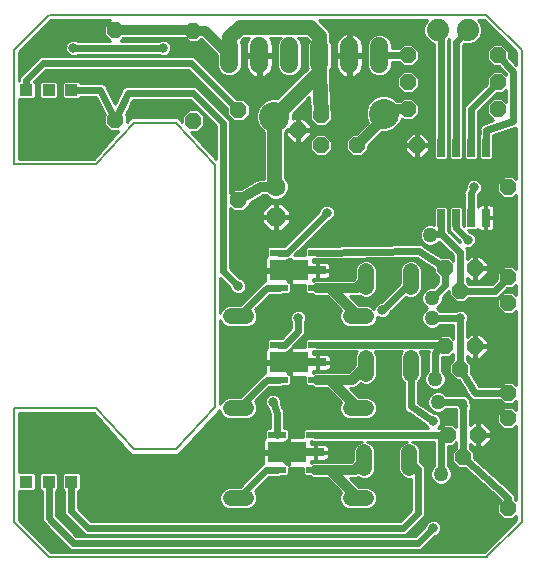
<source format=gtl>
G75*
%MOIN*%
%OFA0B0*%
%FSLAX25Y25*%
%IPPOS*%
%LPD*%
%AMOC8*
5,1,8,0,0,1.08239X$1,22.5*
%
%ADD10R,0.05906X0.01969*%
%ADD11R,0.05906X0.02559*%
%ADD12R,0.12992X0.07087*%
%ADD13C,0.03300*%
%ADD14C,0.05200*%
%ADD15OC8,0.05200*%
%ADD16OC8,0.06300*%
%ADD17C,0.06300*%
%ADD18R,0.02600X0.06000*%
%ADD19C,0.05937*%
%ADD20C,0.00600*%
%ADD21C,0.00500*%
%ADD22R,0.03969X0.03969*%
%ADD23C,0.07400*%
%ADD24C,0.10000*%
%ADD25C,0.05000*%
%ADD26C,0.01000*%
%ADD27C,0.03200*%
%ADD28C,0.03200*%
%ADD29C,0.02400*%
%ADD30C,0.05000*%
D10*
X0092833Y0034220D03*
X0092833Y0046031D03*
X0105628Y0046031D03*
X0105628Y0034220D03*
X0106268Y0064267D03*
X0093472Y0064267D03*
X0093472Y0076078D03*
X0106268Y0076078D03*
X0106249Y0094943D03*
X0106249Y0106754D03*
X0093454Y0106754D03*
X0093454Y0094943D03*
D11*
X0106249Y0100849D03*
X0106268Y0070173D03*
X0105628Y0040125D03*
D12*
X0096278Y0040125D03*
X0096917Y0070173D03*
X0096898Y0100849D03*
D13*
X0096849Y0100799D03*
X0096849Y0098437D03*
X0096849Y0103162D03*
X0102349Y0100962D03*
X0096868Y0072486D03*
X0096868Y0070123D03*
X0096868Y0067761D03*
X0102368Y0070286D03*
X0096229Y0042438D03*
X0096229Y0040076D03*
X0096229Y0037714D03*
X0101729Y0040238D03*
D14*
X0117397Y0054867D02*
X0122597Y0054867D01*
X0122500Y0066400D02*
X0122500Y0071600D01*
X0137500Y0071600D02*
X0137500Y0066400D01*
X0122598Y0085498D02*
X0117398Y0085498D01*
X0122500Y0095400D02*
X0122500Y0100600D01*
X0137500Y0100600D02*
X0137500Y0095400D01*
X0082598Y0085498D02*
X0077398Y0085498D01*
X0077397Y0054867D02*
X0082597Y0054867D01*
X0082603Y0024875D02*
X0077403Y0024875D01*
X0117403Y0024875D02*
X0122603Y0024875D01*
X0122000Y0034900D02*
X0122000Y0040100D01*
X0137000Y0040100D02*
X0137000Y0034900D01*
D15*
X0150000Y0046000D03*
X0155000Y0038500D03*
X0160000Y0046000D03*
X0170000Y0051500D03*
X0170000Y0060000D03*
X0154000Y0068000D03*
X0149000Y0075500D03*
X0159000Y0075500D03*
X0170000Y0090000D03*
X0170000Y0098500D03*
X0159000Y0101500D03*
X0154000Y0094000D03*
X0149000Y0101500D03*
X0170000Y0128500D03*
X0166500Y0154500D03*
X0166500Y0163500D03*
X0166500Y0172500D03*
X0136500Y0172500D03*
X0136500Y0163500D03*
X0136500Y0154500D03*
X0139500Y0142500D03*
X0119500Y0142500D03*
X0107500Y0142500D03*
X0100000Y0147500D03*
X0107500Y0152500D03*
X0080042Y0154246D03*
X0064993Y0150757D03*
X0039043Y0150793D03*
X0039043Y0180793D03*
X0064993Y0180757D03*
X0080042Y0124246D03*
X0170000Y0021500D03*
D16*
X0092493Y0118634D03*
D17*
X0092493Y0128634D03*
D18*
X0147500Y0118294D03*
X0152500Y0118294D03*
X0157500Y0118294D03*
X0162500Y0118294D03*
X0162500Y0141706D03*
X0157500Y0141706D03*
X0152500Y0141706D03*
X0147500Y0141706D03*
D19*
X0127000Y0169531D02*
X0127000Y0175469D01*
X0117000Y0175469D02*
X0117000Y0169531D01*
X0107000Y0169531D02*
X0107000Y0175469D01*
X0097000Y0175469D02*
X0097000Y0169531D01*
X0087000Y0169531D02*
X0087000Y0175469D01*
X0077000Y0175469D02*
X0077000Y0169531D01*
D20*
X0059100Y0150021D02*
X0072100Y0136021D01*
X0072100Y0055100D01*
X0059100Y0041100D01*
X0045100Y0041100D01*
X0032600Y0055000D01*
X0005100Y0055000D01*
X0005100Y0016911D01*
X0016911Y0005100D01*
X0005100Y0136121D02*
X0005100Y0174250D01*
X0016911Y0186061D01*
X0045100Y0150021D02*
X0032600Y0136121D01*
X0005100Y0136121D01*
X0045100Y0150021D02*
X0059100Y0150021D01*
X0162580Y0186061D02*
X0174391Y0174250D01*
X0174391Y0016911D01*
X0162580Y0005100D01*
D21*
X0162726Y0005100D02*
X0017100Y0005100D01*
X0017100Y0186021D02*
X0162726Y0186021D01*
D22*
X0024300Y0160900D03*
X0016800Y0160900D03*
X0009300Y0160900D03*
X0009300Y0030400D03*
X0016800Y0030400D03*
X0024300Y0030400D03*
D23*
X0146500Y0181000D03*
X0156500Y0181000D03*
D24*
X0128500Y0153000D03*
X0092000Y0152000D03*
D25*
X0144000Y0112500D03*
X0144500Y0091500D03*
X0144500Y0085000D03*
X0145500Y0064500D03*
X0146500Y0057000D03*
X0147500Y0033000D03*
D26*
X0019758Y0011990D02*
X0012567Y0011990D01*
X0011569Y0012988D02*
X0018759Y0012988D01*
X0017761Y0013987D02*
X0010570Y0013987D01*
X0009571Y0014985D02*
X0016762Y0014985D01*
X0015847Y0015900D02*
X0024047Y0007700D01*
X0140953Y0007700D01*
X0142300Y0009047D01*
X0145564Y0012311D01*
X0146529Y0012711D01*
X0147289Y0013471D01*
X0147700Y0014463D01*
X0147700Y0015537D01*
X0147289Y0016529D01*
X0146529Y0017289D01*
X0145537Y0017700D01*
X0144463Y0017700D01*
X0143471Y0017289D01*
X0142711Y0016529D01*
X0142311Y0015564D01*
X0139047Y0012300D01*
X0025953Y0012300D01*
X0019100Y0019153D01*
X0019100Y0027316D01*
X0019240Y0027316D01*
X0019884Y0027960D01*
X0019884Y0032840D01*
X0019240Y0033484D01*
X0014360Y0033484D01*
X0013716Y0032840D01*
X0013716Y0027960D01*
X0014360Y0027316D01*
X0014500Y0027316D01*
X0014500Y0017247D01*
X0015847Y0015900D01*
X0015764Y0015984D02*
X0008573Y0015984D01*
X0007574Y0016982D02*
X0014765Y0016982D01*
X0014500Y0017981D02*
X0006900Y0017981D01*
X0006900Y0017657D02*
X0006900Y0027316D01*
X0011740Y0027316D01*
X0012384Y0027960D01*
X0012384Y0032840D01*
X0011740Y0033484D01*
X0006900Y0033484D01*
X0006900Y0053200D01*
X0031798Y0053200D01*
X0043300Y0040410D01*
X0043300Y0040354D01*
X0043794Y0039861D01*
X0044260Y0039342D01*
X0044315Y0039339D01*
X0044354Y0039300D01*
X0045052Y0039300D01*
X0045749Y0039263D01*
X0045790Y0039300D01*
X0058393Y0039300D01*
X0058422Y0039274D01*
X0059133Y0039300D01*
X0059846Y0039300D01*
X0059873Y0039327D01*
X0059912Y0039329D01*
X0060396Y0039851D01*
X0060900Y0040354D01*
X0060900Y0040393D01*
X0073396Y0053851D01*
X0073697Y0054151D01*
X0073697Y0054131D01*
X0074260Y0052771D01*
X0075301Y0051730D01*
X0076661Y0051167D01*
X0083333Y0051167D01*
X0084692Y0051730D01*
X0085733Y0052771D01*
X0086297Y0054131D01*
X0086297Y0055603D01*
X0085733Y0056963D01*
X0085539Y0057157D01*
X0090349Y0061967D01*
X0094425Y0061967D01*
X0094641Y0062183D01*
X0096881Y0062183D01*
X0097525Y0062827D01*
X0097525Y0065129D01*
X0102215Y0065129D01*
X0102215Y0062827D01*
X0102859Y0062183D01*
X0104534Y0062183D01*
X0104738Y0061978D01*
X0105731Y0061567D01*
X0109478Y0061567D01*
X0114208Y0056837D01*
X0113697Y0055603D01*
X0113697Y0054131D01*
X0114260Y0052771D01*
X0115301Y0051730D01*
X0116661Y0051167D01*
X0123333Y0051167D01*
X0124692Y0051730D01*
X0125733Y0052771D01*
X0126297Y0054131D01*
X0126297Y0055603D01*
X0125733Y0056963D01*
X0124692Y0058004D01*
X0123333Y0058567D01*
X0120115Y0058567D01*
X0117115Y0061567D01*
X0118304Y0061567D01*
X0119296Y0061978D01*
X0120056Y0062738D01*
X0120530Y0063211D01*
X0121764Y0062700D01*
X0123236Y0062700D01*
X0124596Y0063263D01*
X0125637Y0064304D01*
X0126200Y0065664D01*
X0126200Y0072336D01*
X0125637Y0073696D01*
X0125555Y0073778D01*
X0134445Y0073778D01*
X0134363Y0073696D01*
X0133800Y0072336D01*
X0133800Y0065664D01*
X0134363Y0064304D01*
X0135200Y0063467D01*
X0135200Y0056196D01*
X0135058Y0055983D01*
X0135200Y0055272D01*
X0135200Y0054547D01*
X0135381Y0054366D01*
X0135431Y0054115D01*
X0136035Y0053713D01*
X0136547Y0053200D01*
X0136804Y0053200D01*
X0142544Y0049373D01*
X0142711Y0048971D01*
X0143351Y0048331D01*
X0104675Y0048331D01*
X0104460Y0048115D01*
X0102220Y0048115D01*
X0101575Y0047470D01*
X0101575Y0045168D01*
X0096886Y0045168D01*
X0096886Y0047470D01*
X0096241Y0048115D01*
X0095133Y0048115D01*
X0095133Y0052822D01*
X0095320Y0053223D01*
X0095133Y0053738D01*
X0095133Y0054286D01*
X0094820Y0054598D01*
X0094169Y0056389D01*
X0094200Y0056463D01*
X0094200Y0057537D01*
X0093789Y0058529D01*
X0093029Y0059289D01*
X0092037Y0059700D01*
X0090963Y0059700D01*
X0089971Y0059289D01*
X0089211Y0058529D01*
X0088800Y0057537D01*
X0088800Y0056463D01*
X0089211Y0055471D01*
X0089836Y0054846D01*
X0090533Y0052928D01*
X0090533Y0048115D01*
X0089424Y0048115D01*
X0088780Y0047470D01*
X0088780Y0044788D01*
X0088581Y0044589D01*
X0088384Y0044247D01*
X0088282Y0043866D01*
X0088282Y0040625D01*
X0095778Y0040625D01*
X0095778Y0043946D01*
X0096241Y0043946D01*
X0096778Y0044483D01*
X0096778Y0040625D01*
X0101175Y0040625D01*
X0101175Y0040265D01*
X0105488Y0040265D01*
X0105488Y0039985D01*
X0101175Y0039985D01*
X0101175Y0039625D01*
X0096778Y0039625D01*
X0096778Y0040625D01*
X0095778Y0040625D01*
X0095778Y0039625D01*
X0095778Y0036304D01*
X0096241Y0036304D01*
X0096778Y0035767D01*
X0096778Y0039625D01*
X0095778Y0039625D01*
X0088282Y0039625D01*
X0088282Y0036407D01*
X0087047Y0035172D01*
X0080450Y0028575D01*
X0076667Y0028575D01*
X0075307Y0028012D01*
X0074266Y0026971D01*
X0073703Y0025611D01*
X0073703Y0024139D01*
X0074266Y0022779D01*
X0075307Y0021739D01*
X0076667Y0021175D01*
X0083339Y0021175D01*
X0084699Y0021739D01*
X0085740Y0022779D01*
X0086303Y0024139D01*
X0086303Y0025611D01*
X0085740Y0026971D01*
X0085546Y0027165D01*
X0090300Y0031920D01*
X0093786Y0031920D01*
X0094001Y0032135D01*
X0096241Y0032135D01*
X0096886Y0032780D01*
X0096886Y0035082D01*
X0101575Y0035082D01*
X0101575Y0032780D01*
X0102220Y0032135D01*
X0103894Y0032135D01*
X0104099Y0031931D01*
X0105091Y0031520D01*
X0109540Y0031520D01*
X0114214Y0026846D01*
X0113703Y0025611D01*
X0113703Y0024139D01*
X0114266Y0022779D01*
X0115307Y0021739D01*
X0116667Y0021175D01*
X0123339Y0021175D01*
X0124699Y0021739D01*
X0125740Y0022779D01*
X0126303Y0024139D01*
X0126303Y0025611D01*
X0125740Y0026971D01*
X0124699Y0028012D01*
X0123339Y0028575D01*
X0120121Y0028575D01*
X0117177Y0031520D01*
X0119257Y0031520D01*
X0119887Y0031781D01*
X0119904Y0031763D01*
X0121264Y0031200D01*
X0122736Y0031200D01*
X0124096Y0031763D01*
X0125137Y0032804D01*
X0125700Y0034164D01*
X0125700Y0040836D01*
X0125137Y0042196D01*
X0124096Y0043237D01*
X0122904Y0043731D01*
X0136096Y0043731D01*
X0134904Y0043237D01*
X0133863Y0042196D01*
X0133300Y0040836D01*
X0133300Y0034164D01*
X0133863Y0032804D01*
X0134904Y0031763D01*
X0136264Y0031200D01*
X0137700Y0031200D01*
X0137700Y0020953D01*
X0134047Y0017300D01*
X0030953Y0017300D01*
X0026600Y0021653D01*
X0026600Y0027316D01*
X0026740Y0027316D01*
X0027384Y0027960D01*
X0027384Y0032840D01*
X0026740Y0033484D01*
X0021860Y0033484D01*
X0021216Y0032840D01*
X0021216Y0027960D01*
X0021860Y0027316D01*
X0022000Y0027316D01*
X0022000Y0019747D01*
X0023347Y0018400D01*
X0029047Y0012700D01*
X0135953Y0012700D01*
X0137300Y0014047D01*
X0142300Y0019047D01*
X0142300Y0035453D01*
X0140953Y0036800D01*
X0140700Y0037053D01*
X0140700Y0040836D01*
X0140137Y0042196D01*
X0139096Y0043237D01*
X0137904Y0043731D01*
X0145200Y0043731D01*
X0145200Y0035791D01*
X0144448Y0035039D01*
X0143900Y0033716D01*
X0143900Y0032284D01*
X0144448Y0030961D01*
X0145461Y0029948D01*
X0146784Y0029400D01*
X0148216Y0029400D01*
X0149539Y0029948D01*
X0150552Y0030961D01*
X0151100Y0032284D01*
X0151100Y0033716D01*
X0150552Y0035039D01*
X0149800Y0035791D01*
X0149800Y0042300D01*
X0151533Y0042300D01*
X0152700Y0043467D01*
X0152700Y0041433D01*
X0151300Y0040033D01*
X0151300Y0036967D01*
X0153467Y0034800D01*
X0155673Y0034800D01*
X0167460Y0024192D01*
X0166300Y0023033D01*
X0166300Y0019967D01*
X0168467Y0017800D01*
X0171533Y0017800D01*
X0172591Y0018859D01*
X0172591Y0017657D01*
X0161785Y0006850D01*
X0017707Y0006850D01*
X0006900Y0017657D01*
X0006900Y0018979D02*
X0014500Y0018979D01*
X0014500Y0019978D02*
X0006900Y0019978D01*
X0006900Y0020976D02*
X0014500Y0020976D01*
X0014500Y0021975D02*
X0006900Y0021975D01*
X0006900Y0022973D02*
X0014500Y0022973D01*
X0014500Y0023972D02*
X0006900Y0023972D01*
X0006900Y0024970D02*
X0014500Y0024970D01*
X0014500Y0025969D02*
X0006900Y0025969D01*
X0006900Y0026967D02*
X0014500Y0026967D01*
X0013716Y0027966D02*
X0012384Y0027966D01*
X0012384Y0028964D02*
X0013716Y0028964D01*
X0013716Y0029963D02*
X0012384Y0029963D01*
X0012384Y0030961D02*
X0013716Y0030961D01*
X0013716Y0031960D02*
X0012384Y0031960D01*
X0012266Y0032958D02*
X0013834Y0032958D01*
X0019766Y0032958D02*
X0021334Y0032958D01*
X0021216Y0031960D02*
X0019884Y0031960D01*
X0019884Y0030961D02*
X0021216Y0030961D01*
X0021216Y0029963D02*
X0019884Y0029963D01*
X0019884Y0028964D02*
X0021216Y0028964D01*
X0021216Y0027966D02*
X0019884Y0027966D01*
X0019100Y0026967D02*
X0022000Y0026967D01*
X0022000Y0025969D02*
X0019100Y0025969D01*
X0019100Y0024970D02*
X0022000Y0024970D01*
X0022000Y0023972D02*
X0019100Y0023972D01*
X0019100Y0022973D02*
X0022000Y0022973D01*
X0022000Y0021975D02*
X0019100Y0021975D01*
X0019100Y0020976D02*
X0022000Y0020976D01*
X0022000Y0019978D02*
X0019100Y0019978D01*
X0019274Y0018979D02*
X0022768Y0018979D01*
X0023767Y0017981D02*
X0020272Y0017981D01*
X0021271Y0016982D02*
X0024765Y0016982D01*
X0025764Y0015984D02*
X0022269Y0015984D01*
X0023268Y0014985D02*
X0026762Y0014985D01*
X0027761Y0013987D02*
X0024266Y0013987D01*
X0025265Y0012988D02*
X0028759Y0012988D01*
X0023752Y0007996D02*
X0016561Y0007996D01*
X0015563Y0008994D02*
X0022753Y0008994D01*
X0021755Y0009993D02*
X0014564Y0009993D01*
X0013566Y0010991D02*
X0020756Y0010991D01*
X0017560Y0006997D02*
X0161932Y0006997D01*
X0162930Y0007996D02*
X0141248Y0007996D01*
X0142247Y0008994D02*
X0163929Y0008994D01*
X0164927Y0009993D02*
X0143245Y0009993D01*
X0144244Y0010991D02*
X0165926Y0010991D01*
X0166924Y0011990D02*
X0145242Y0011990D01*
X0146806Y0012988D02*
X0167923Y0012988D01*
X0168921Y0013987D02*
X0147503Y0013987D01*
X0147700Y0014985D02*
X0169920Y0014985D01*
X0170918Y0015984D02*
X0147515Y0015984D01*
X0146836Y0016982D02*
X0171917Y0016982D01*
X0171713Y0017981D02*
X0172591Y0017981D01*
X0168287Y0017981D02*
X0141233Y0017981D01*
X0142232Y0018979D02*
X0167288Y0018979D01*
X0166300Y0019978D02*
X0142300Y0019978D01*
X0142300Y0020976D02*
X0166300Y0020976D01*
X0166300Y0021975D02*
X0142300Y0021975D01*
X0142300Y0022973D02*
X0166300Y0022973D01*
X0167239Y0023972D02*
X0142300Y0023972D01*
X0142300Y0024970D02*
X0166595Y0024970D01*
X0165485Y0025969D02*
X0142300Y0025969D01*
X0142300Y0026967D02*
X0164376Y0026967D01*
X0163267Y0027966D02*
X0142300Y0027966D01*
X0142300Y0028964D02*
X0162157Y0028964D01*
X0161048Y0029963D02*
X0149554Y0029963D01*
X0150552Y0030961D02*
X0159938Y0030961D01*
X0158829Y0031960D02*
X0150966Y0031960D01*
X0151100Y0032958D02*
X0157719Y0032958D01*
X0156610Y0033957D02*
X0151000Y0033957D01*
X0150587Y0034955D02*
X0153312Y0034955D01*
X0152314Y0035954D02*
X0149800Y0035954D01*
X0149800Y0036952D02*
X0151315Y0036952D01*
X0151300Y0037951D02*
X0149800Y0037951D01*
X0149800Y0038949D02*
X0151300Y0038949D01*
X0151300Y0039948D02*
X0149800Y0039948D01*
X0149800Y0040946D02*
X0152214Y0040946D01*
X0152700Y0041945D02*
X0149800Y0041945D01*
X0152176Y0042943D02*
X0152700Y0042943D01*
X0157300Y0042902D02*
X0157300Y0041433D01*
X0158700Y0040033D01*
X0158700Y0038264D01*
X0170883Y0027300D01*
X0170953Y0027300D01*
X0171583Y0026669D01*
X0172247Y0026072D01*
X0172250Y0026002D01*
X0172300Y0025953D01*
X0172300Y0025060D01*
X0172335Y0024398D01*
X0172591Y0024141D01*
X0172591Y0048859D01*
X0171533Y0047800D01*
X0168467Y0047800D01*
X0166300Y0049967D01*
X0166300Y0053033D01*
X0168467Y0055200D01*
X0171533Y0055200D01*
X0172591Y0054141D01*
X0172591Y0057359D01*
X0171533Y0056300D01*
X0168467Y0056300D01*
X0167067Y0057700D01*
X0159660Y0057700D01*
X0159411Y0057545D01*
X0158738Y0057700D01*
X0158047Y0057700D01*
X0157840Y0057907D01*
X0157555Y0057973D01*
X0157188Y0058559D01*
X0156700Y0059047D01*
X0156700Y0059340D01*
X0153600Y0064300D01*
X0152467Y0064300D01*
X0150300Y0066467D01*
X0150300Y0069533D01*
X0151700Y0070933D01*
X0151700Y0072967D01*
X0150533Y0071800D01*
X0147800Y0071800D01*
X0147800Y0067291D01*
X0148552Y0066539D01*
X0149100Y0065216D01*
X0149100Y0063784D01*
X0148552Y0062461D01*
X0147539Y0061448D01*
X0146216Y0060900D01*
X0144784Y0060900D01*
X0143461Y0061448D01*
X0142448Y0062461D01*
X0141900Y0063784D01*
X0141900Y0065216D01*
X0142448Y0066539D01*
X0143200Y0067291D01*
X0143200Y0073154D01*
X0143459Y0073778D01*
X0140555Y0073778D01*
X0140637Y0073696D01*
X0141200Y0072336D01*
X0141200Y0065664D01*
X0140637Y0064304D01*
X0139800Y0063467D01*
X0139800Y0056731D01*
X0145096Y0053200D01*
X0145537Y0053200D01*
X0146529Y0052789D01*
X0147289Y0052029D01*
X0147700Y0051037D01*
X0147700Y0049963D01*
X0147289Y0048971D01*
X0146649Y0048331D01*
X0147098Y0048331D01*
X0148467Y0049700D01*
X0151533Y0049700D01*
X0152700Y0048533D01*
X0152700Y0053997D01*
X0152409Y0054700D01*
X0149291Y0054700D01*
X0148539Y0053948D01*
X0147216Y0053400D01*
X0145784Y0053400D01*
X0144461Y0053948D01*
X0143448Y0054961D01*
X0142900Y0056284D01*
X0142900Y0057716D01*
X0143448Y0059039D01*
X0144461Y0060052D01*
X0145784Y0060600D01*
X0147216Y0060600D01*
X0148539Y0060052D01*
X0149291Y0059300D01*
X0155953Y0059300D01*
X0157300Y0057953D01*
X0157300Y0057003D01*
X0157700Y0056037D01*
X0157700Y0054963D01*
X0157300Y0053997D01*
X0157300Y0049098D01*
X0158302Y0050100D01*
X0159700Y0050100D01*
X0159700Y0046300D01*
X0160300Y0046300D01*
X0160300Y0050100D01*
X0161698Y0050100D01*
X0164100Y0047698D01*
X0164100Y0046300D01*
X0160300Y0046300D01*
X0160300Y0045700D01*
X0164100Y0045700D01*
X0164100Y0044302D01*
X0161698Y0041900D01*
X0160300Y0041900D01*
X0160300Y0045700D01*
X0159700Y0045700D01*
X0159700Y0041900D01*
X0158302Y0041900D01*
X0157300Y0042902D01*
X0157300Y0041945D02*
X0158257Y0041945D01*
X0157786Y0040946D02*
X0172591Y0040946D01*
X0172591Y0039948D02*
X0158700Y0039948D01*
X0158700Y0038949D02*
X0172591Y0038949D01*
X0172591Y0037951D02*
X0159048Y0037951D01*
X0160158Y0036952D02*
X0172591Y0036952D01*
X0172591Y0035954D02*
X0161267Y0035954D01*
X0162377Y0034955D02*
X0172591Y0034955D01*
X0172591Y0033957D02*
X0163486Y0033957D01*
X0164596Y0032958D02*
X0172591Y0032958D01*
X0172591Y0031960D02*
X0165705Y0031960D01*
X0166814Y0030961D02*
X0172591Y0030961D01*
X0172591Y0029963D02*
X0167924Y0029963D01*
X0169033Y0028964D02*
X0172591Y0028964D01*
X0172591Y0027966D02*
X0170143Y0027966D01*
X0171285Y0026967D02*
X0172591Y0026967D01*
X0172591Y0025969D02*
X0172284Y0025969D01*
X0172305Y0024970D02*
X0172591Y0024970D01*
X0172591Y0041945D02*
X0161743Y0041945D01*
X0162742Y0042943D02*
X0172591Y0042943D01*
X0172591Y0043942D02*
X0163740Y0043942D01*
X0164100Y0044940D02*
X0172591Y0044940D01*
X0172591Y0045939D02*
X0160300Y0045939D01*
X0160300Y0046937D02*
X0159700Y0046937D01*
X0159700Y0047936D02*
X0160300Y0047936D01*
X0160300Y0048934D02*
X0159700Y0048934D01*
X0159700Y0049933D02*
X0160300Y0049933D01*
X0161865Y0049933D02*
X0166334Y0049933D01*
X0166300Y0050932D02*
X0157300Y0050932D01*
X0157300Y0051930D02*
X0166300Y0051930D01*
X0166300Y0052929D02*
X0157300Y0052929D01*
X0157300Y0053927D02*
X0167194Y0053927D01*
X0168193Y0054926D02*
X0157685Y0054926D01*
X0157700Y0055924D02*
X0172591Y0055924D01*
X0172591Y0054926D02*
X0171807Y0054926D01*
X0172155Y0056923D02*
X0172591Y0056923D01*
X0167845Y0056923D02*
X0157333Y0056923D01*
X0157300Y0057921D02*
X0157780Y0057921D01*
X0156828Y0058920D02*
X0156333Y0058920D01*
X0156339Y0059918D02*
X0148673Y0059918D01*
X0148006Y0061915D02*
X0155091Y0061915D01*
X0155715Y0060917D02*
X0146256Y0060917D01*
X0144744Y0060917D02*
X0139800Y0060917D01*
X0139800Y0061915D02*
X0142994Y0061915D01*
X0142260Y0062914D02*
X0139800Y0062914D01*
X0140245Y0063912D02*
X0141900Y0063912D01*
X0141900Y0064911D02*
X0140888Y0064911D01*
X0141200Y0065909D02*
X0142187Y0065909D01*
X0142817Y0066908D02*
X0141200Y0066908D01*
X0141200Y0067906D02*
X0143200Y0067906D01*
X0143200Y0068905D02*
X0141200Y0068905D01*
X0141200Y0069903D02*
X0143200Y0069903D01*
X0143200Y0070902D02*
X0141200Y0070902D01*
X0141200Y0071900D02*
X0143200Y0071900D01*
X0143200Y0072899D02*
X0140967Y0072899D01*
X0134033Y0072899D02*
X0125967Y0072899D01*
X0126200Y0071900D02*
X0133800Y0071900D01*
X0133800Y0070902D02*
X0126200Y0070902D01*
X0126200Y0069903D02*
X0133800Y0069903D01*
X0133800Y0068905D02*
X0126200Y0068905D01*
X0126200Y0067906D02*
X0133800Y0067906D01*
X0133800Y0066908D02*
X0126200Y0066908D01*
X0126200Y0065909D02*
X0133800Y0065909D01*
X0134112Y0064911D02*
X0125888Y0064911D01*
X0125245Y0063912D02*
X0134755Y0063912D01*
X0135200Y0062914D02*
X0123752Y0062914D01*
X0121248Y0062914D02*
X0120232Y0062914D01*
X0119145Y0061915D02*
X0135200Y0061915D01*
X0135200Y0060917D02*
X0117765Y0060917D01*
X0118764Y0059918D02*
X0135200Y0059918D01*
X0135200Y0058920D02*
X0119762Y0058920D01*
X0124775Y0057921D02*
X0135200Y0057921D01*
X0135200Y0056923D02*
X0125750Y0056923D01*
X0126164Y0055924D02*
X0135070Y0055924D01*
X0135200Y0054926D02*
X0126297Y0054926D01*
X0126212Y0053927D02*
X0135713Y0053927D01*
X0137211Y0052929D02*
X0125799Y0052929D01*
X0124892Y0051930D02*
X0138709Y0051930D01*
X0140206Y0050932D02*
X0095133Y0050932D01*
X0095133Y0051930D02*
X0115101Y0051930D01*
X0114195Y0052929D02*
X0095182Y0052929D01*
X0095133Y0053927D02*
X0113781Y0053927D01*
X0113697Y0054926D02*
X0094701Y0054926D01*
X0094338Y0055924D02*
X0113830Y0055924D01*
X0114123Y0056923D02*
X0094200Y0056923D01*
X0094041Y0057921D02*
X0113124Y0057921D01*
X0112126Y0058920D02*
X0093399Y0058920D01*
X0089601Y0058920D02*
X0087302Y0058920D01*
X0088300Y0059918D02*
X0111127Y0059918D01*
X0110129Y0060917D02*
X0089299Y0060917D01*
X0090297Y0061915D02*
X0104890Y0061915D01*
X0102215Y0062914D02*
X0097525Y0062914D01*
X0097525Y0063912D02*
X0102215Y0063912D01*
X0102215Y0064911D02*
X0097525Y0064911D01*
X0097417Y0065815D02*
X0096881Y0066351D01*
X0096417Y0066351D01*
X0096417Y0069672D01*
X0097417Y0069672D01*
X0097417Y0065815D01*
X0097417Y0065909D02*
X0097323Y0065909D01*
X0097417Y0066908D02*
X0096417Y0066908D01*
X0096417Y0067906D02*
X0097417Y0067906D01*
X0097417Y0068905D02*
X0096417Y0068905D01*
X0096417Y0069673D02*
X0088921Y0069673D01*
X0088921Y0066567D01*
X0088444Y0066567D01*
X0087097Y0065220D01*
X0080444Y0058567D01*
X0076661Y0058567D01*
X0075301Y0058004D01*
X0074260Y0056963D01*
X0073900Y0056094D01*
X0073900Y0084275D01*
X0074261Y0083402D01*
X0075302Y0082361D01*
X0076662Y0081798D01*
X0083334Y0081798D01*
X0084694Y0082361D01*
X0085735Y0083402D01*
X0086298Y0084762D01*
X0086298Y0086234D01*
X0085735Y0087594D01*
X0085541Y0087788D01*
X0090396Y0092643D01*
X0094406Y0092643D01*
X0094622Y0092859D01*
X0096862Y0092859D01*
X0097506Y0093503D01*
X0097506Y0095805D01*
X0102196Y0095805D01*
X0102196Y0093503D01*
X0102840Y0092859D01*
X0104515Y0092859D01*
X0104719Y0092654D01*
X0105712Y0092243D01*
X0109435Y0092243D01*
X0114209Y0087468D01*
X0113698Y0086234D01*
X0113698Y0084762D01*
X0114261Y0083402D01*
X0115302Y0082361D01*
X0116662Y0081798D01*
X0123334Y0081798D01*
X0124694Y0082361D01*
X0125735Y0083402D01*
X0126298Y0084762D01*
X0126298Y0085383D01*
X0126471Y0085211D01*
X0127463Y0084800D01*
X0128537Y0084800D01*
X0129529Y0085211D01*
X0130289Y0085971D01*
X0130689Y0086936D01*
X0135837Y0092084D01*
X0136764Y0091700D01*
X0138236Y0091700D01*
X0139596Y0092263D01*
X0140637Y0093304D01*
X0141200Y0094664D01*
X0141200Y0101336D01*
X0140637Y0102696D01*
X0139596Y0103737D01*
X0138236Y0104300D01*
X0136764Y0104300D01*
X0135404Y0103737D01*
X0134363Y0102696D01*
X0133800Y0101336D01*
X0133800Y0096553D01*
X0127436Y0090189D01*
X0126471Y0089789D01*
X0125711Y0089029D01*
X0125300Y0088037D01*
X0125300Y0088029D01*
X0124694Y0088635D01*
X0123334Y0089198D01*
X0120117Y0089198D01*
X0117072Y0092243D01*
X0119980Y0092243D01*
X0120294Y0092373D01*
X0120404Y0092263D01*
X0121764Y0091700D01*
X0123236Y0091700D01*
X0124596Y0092263D01*
X0125637Y0093304D01*
X0126200Y0094664D01*
X0126200Y0101336D01*
X0125637Y0102696D01*
X0124596Y0103737D01*
X0123236Y0104300D01*
X0121764Y0104300D01*
X0120404Y0103737D01*
X0119363Y0102696D01*
X0118800Y0101336D01*
X0118800Y0098118D01*
X0118325Y0097643D01*
X0105712Y0097643D01*
X0104895Y0097305D01*
X0104895Y0098069D01*
X0106109Y0098069D01*
X0106109Y0100709D01*
X0101796Y0100709D01*
X0101796Y0100349D01*
X0097399Y0100349D01*
X0097399Y0101349D01*
X0101796Y0101349D01*
X0101796Y0100988D01*
X0106109Y0100988D01*
X0106109Y0100709D01*
X0106389Y0100709D01*
X0106389Y0100988D01*
X0110702Y0100988D01*
X0110702Y0102326D01*
X0110599Y0102707D01*
X0110402Y0103049D01*
X0110123Y0103328D01*
X0109781Y0103526D01*
X0109399Y0103628D01*
X0106389Y0103628D01*
X0106389Y0100988D01*
X0106109Y0100988D01*
X0106109Y0103628D01*
X0104895Y0103628D01*
X0104895Y0104589D01*
X0104873Y0104670D01*
X0105094Y0104670D01*
X0105330Y0104440D01*
X0139573Y0104944D01*
X0145300Y0101180D01*
X0145300Y0099967D01*
X0146700Y0098567D01*
X0146700Y0096953D01*
X0144847Y0095100D01*
X0143784Y0095100D01*
X0142461Y0094552D01*
X0141448Y0093539D01*
X0140900Y0092216D01*
X0140900Y0090784D01*
X0141448Y0089461D01*
X0142461Y0088448D01*
X0142939Y0088250D01*
X0142461Y0088052D01*
X0141448Y0087039D01*
X0140900Y0085716D01*
X0140900Y0084284D01*
X0141448Y0082961D01*
X0142461Y0081948D01*
X0143784Y0081400D01*
X0145216Y0081400D01*
X0146539Y0081948D01*
X0147291Y0082700D01*
X0151700Y0082700D01*
X0151700Y0078033D01*
X0150533Y0079200D01*
X0147467Y0079200D01*
X0146645Y0078378D01*
X0105315Y0078378D01*
X0105099Y0078162D01*
X0102859Y0078162D01*
X0102215Y0077518D01*
X0102215Y0075216D01*
X0097968Y0075216D01*
X0100953Y0078200D01*
X0102300Y0079547D01*
X0102300Y0083497D01*
X0102700Y0084463D01*
X0102700Y0085537D01*
X0102289Y0086529D01*
X0101529Y0087289D01*
X0100537Y0087700D01*
X0099463Y0087700D01*
X0098471Y0087289D01*
X0097711Y0086529D01*
X0097300Y0085537D01*
X0097300Y0084463D01*
X0097700Y0083497D01*
X0097700Y0081453D01*
X0094625Y0078378D01*
X0092520Y0078378D01*
X0092304Y0078162D01*
X0090064Y0078162D01*
X0089420Y0077518D01*
X0089420Y0074836D01*
X0089221Y0074637D01*
X0089024Y0074295D01*
X0088921Y0073913D01*
X0088921Y0070672D01*
X0096417Y0070672D01*
X0096417Y0069673D01*
X0096417Y0069903D02*
X0073900Y0069903D01*
X0073900Y0068905D02*
X0088921Y0068905D01*
X0088921Y0067906D02*
X0073900Y0067906D01*
X0073900Y0066908D02*
X0088921Y0066908D01*
X0087786Y0065909D02*
X0073900Y0065909D01*
X0073900Y0064911D02*
X0086788Y0064911D01*
X0085789Y0063912D02*
X0073900Y0063912D01*
X0073900Y0062914D02*
X0084791Y0062914D01*
X0083792Y0061915D02*
X0073900Y0061915D01*
X0073900Y0060917D02*
X0082794Y0060917D01*
X0081795Y0059918D02*
X0073900Y0059918D01*
X0073900Y0058920D02*
X0080797Y0058920D01*
X0085750Y0056923D02*
X0088800Y0056923D01*
X0088959Y0057921D02*
X0086303Y0057921D01*
X0086164Y0055924D02*
X0089023Y0055924D01*
X0089756Y0054926D02*
X0086297Y0054926D01*
X0086212Y0053927D02*
X0090170Y0053927D01*
X0090533Y0052929D02*
X0085799Y0052929D01*
X0084892Y0051930D02*
X0090533Y0051930D01*
X0090533Y0050932D02*
X0070686Y0050932D01*
X0071613Y0051930D02*
X0075101Y0051930D01*
X0074195Y0052929D02*
X0072540Y0052929D01*
X0073473Y0053927D02*
X0073781Y0053927D01*
X0073900Y0056923D02*
X0074243Y0056923D01*
X0073900Y0057921D02*
X0075218Y0057921D01*
X0069758Y0049933D02*
X0090533Y0049933D01*
X0090533Y0048934D02*
X0068831Y0048934D01*
X0067904Y0047936D02*
X0089246Y0047936D01*
X0088780Y0046937D02*
X0066977Y0046937D01*
X0066050Y0045939D02*
X0088780Y0045939D01*
X0088780Y0044940D02*
X0065122Y0044940D01*
X0064195Y0043942D02*
X0088302Y0043942D01*
X0088282Y0042943D02*
X0063268Y0042943D01*
X0062341Y0041945D02*
X0088282Y0041945D01*
X0088282Y0040946D02*
X0061414Y0040946D01*
X0060493Y0039948D02*
X0095778Y0039948D01*
X0095778Y0040946D02*
X0096778Y0040946D01*
X0096778Y0039948D02*
X0101175Y0039948D01*
X0104274Y0037346D02*
X0105488Y0037346D01*
X0105488Y0039985D01*
X0105768Y0039985D01*
X0105768Y0037346D01*
X0108778Y0037346D01*
X0109160Y0037448D01*
X0109502Y0037645D01*
X0109781Y0037925D01*
X0109979Y0038267D01*
X0110081Y0038648D01*
X0110081Y0039985D01*
X0105768Y0039985D01*
X0105768Y0040265D01*
X0105488Y0040265D01*
X0105488Y0042905D01*
X0104274Y0042905D01*
X0104274Y0043866D01*
X0104252Y0043946D01*
X0104460Y0043946D01*
X0104675Y0043731D01*
X0121096Y0043731D01*
X0119904Y0043237D01*
X0118863Y0042196D01*
X0118300Y0040836D01*
X0118300Y0037618D01*
X0117601Y0036920D01*
X0105091Y0036920D01*
X0104274Y0036581D01*
X0104274Y0037346D01*
X0104274Y0036952D02*
X0117634Y0036952D01*
X0118300Y0037951D02*
X0109796Y0037951D01*
X0110081Y0038949D02*
X0118300Y0038949D01*
X0118300Y0039948D02*
X0110081Y0039948D01*
X0110081Y0040265D02*
X0110081Y0041602D01*
X0109979Y0041984D01*
X0109781Y0042326D01*
X0109502Y0042605D01*
X0109160Y0042802D01*
X0108778Y0042905D01*
X0105768Y0042905D01*
X0105768Y0040265D01*
X0110081Y0040265D01*
X0110081Y0040946D02*
X0118346Y0040946D01*
X0118759Y0041945D02*
X0109989Y0041945D01*
X0105768Y0041945D02*
X0105488Y0041945D01*
X0105488Y0040946D02*
X0105768Y0040946D01*
X0105768Y0039948D02*
X0105488Y0039948D01*
X0105488Y0038949D02*
X0105768Y0038949D01*
X0105768Y0037951D02*
X0105488Y0037951D01*
X0101575Y0034955D02*
X0096886Y0034955D01*
X0096886Y0033957D02*
X0101575Y0033957D01*
X0101575Y0032958D02*
X0096886Y0032958D01*
X0096778Y0035954D02*
X0096591Y0035954D01*
X0096778Y0036952D02*
X0095778Y0036952D01*
X0095778Y0037951D02*
X0096778Y0037951D01*
X0096778Y0038949D02*
X0095778Y0038949D01*
X0095778Y0041945D02*
X0096778Y0041945D01*
X0096778Y0042943D02*
X0095778Y0042943D01*
X0095778Y0043942D02*
X0096778Y0043942D01*
X0096886Y0045939D02*
X0101575Y0045939D01*
X0101575Y0046937D02*
X0096886Y0046937D01*
X0096420Y0047936D02*
X0102041Y0047936D01*
X0104253Y0043942D02*
X0104464Y0043942D01*
X0104274Y0042943D02*
X0119611Y0042943D01*
X0124389Y0042943D02*
X0134611Y0042943D01*
X0133759Y0041945D02*
X0125241Y0041945D01*
X0125654Y0040946D02*
X0133346Y0040946D01*
X0133300Y0039948D02*
X0125700Y0039948D01*
X0125700Y0038949D02*
X0133300Y0038949D01*
X0133300Y0037951D02*
X0125700Y0037951D01*
X0125700Y0036952D02*
X0133300Y0036952D01*
X0133300Y0035954D02*
X0125700Y0035954D01*
X0125700Y0034955D02*
X0133300Y0034955D01*
X0133386Y0033957D02*
X0125614Y0033957D01*
X0125201Y0032958D02*
X0133799Y0032958D01*
X0134708Y0031960D02*
X0124292Y0031960D01*
X0124745Y0027966D02*
X0137700Y0027966D01*
X0137700Y0028964D02*
X0119732Y0028964D01*
X0118734Y0029963D02*
X0137700Y0029963D01*
X0137700Y0030961D02*
X0117735Y0030961D01*
X0114093Y0026967D02*
X0085741Y0026967D01*
X0086155Y0025969D02*
X0113851Y0025969D01*
X0113703Y0024970D02*
X0086303Y0024970D01*
X0086234Y0023972D02*
X0113773Y0023972D01*
X0114186Y0022973D02*
X0085820Y0022973D01*
X0084935Y0021975D02*
X0115071Y0021975D01*
X0113094Y0027966D02*
X0086346Y0027966D01*
X0087345Y0028964D02*
X0112096Y0028964D01*
X0111097Y0029963D02*
X0088343Y0029963D01*
X0089342Y0030961D02*
X0110099Y0030961D01*
X0104069Y0031960D02*
X0093826Y0031960D01*
X0087829Y0035954D02*
X0006900Y0035954D01*
X0006900Y0036952D02*
X0088282Y0036952D01*
X0088282Y0037951D02*
X0006900Y0037951D01*
X0006900Y0038949D02*
X0088282Y0038949D01*
X0086830Y0034955D02*
X0006900Y0034955D01*
X0006900Y0033957D02*
X0085832Y0033957D01*
X0084833Y0032958D02*
X0027266Y0032958D01*
X0027384Y0031960D02*
X0083835Y0031960D01*
X0082836Y0030961D02*
X0027384Y0030961D01*
X0027384Y0029963D02*
X0081838Y0029963D01*
X0080839Y0028964D02*
X0027384Y0028964D01*
X0027384Y0027966D02*
X0075261Y0027966D01*
X0074265Y0026967D02*
X0026600Y0026967D01*
X0026600Y0025969D02*
X0073851Y0025969D01*
X0073703Y0024970D02*
X0026600Y0024970D01*
X0026600Y0023972D02*
X0073773Y0023972D01*
X0074186Y0022973D02*
X0026600Y0022973D01*
X0026600Y0021975D02*
X0075071Y0021975D01*
X0095133Y0048934D02*
X0142747Y0048934D01*
X0141704Y0049933D02*
X0095133Y0049933D01*
X0104913Y0066628D02*
X0104913Y0067393D01*
X0106128Y0067393D01*
X0106128Y0070033D01*
X0101815Y0070033D01*
X0101815Y0069673D01*
X0097417Y0069673D01*
X0097417Y0070672D01*
X0101815Y0070672D01*
X0101815Y0070312D01*
X0106128Y0070312D01*
X0106128Y0070033D01*
X0106408Y0070033D01*
X0106408Y0070312D01*
X0110720Y0070312D01*
X0110720Y0071650D01*
X0110618Y0072031D01*
X0110421Y0072373D01*
X0110142Y0072652D01*
X0109799Y0072850D01*
X0109418Y0072952D01*
X0106408Y0072952D01*
X0106408Y0070312D01*
X0106128Y0070312D01*
X0106128Y0072952D01*
X0104913Y0072952D01*
X0104913Y0073913D01*
X0104892Y0073994D01*
X0105099Y0073994D01*
X0105315Y0073778D01*
X0119445Y0073778D01*
X0119363Y0073696D01*
X0118800Y0072336D01*
X0118800Y0069118D01*
X0116649Y0066967D01*
X0105731Y0066967D01*
X0104913Y0066628D01*
X0104913Y0066908D02*
X0105588Y0066908D01*
X0106408Y0067393D02*
X0106408Y0070033D01*
X0110720Y0070033D01*
X0110720Y0068696D01*
X0110618Y0068314D01*
X0110421Y0067972D01*
X0110142Y0067693D01*
X0109799Y0067495D01*
X0109418Y0067393D01*
X0106408Y0067393D01*
X0106408Y0067906D02*
X0106128Y0067906D01*
X0106128Y0068905D02*
X0106408Y0068905D01*
X0106408Y0069903D02*
X0106128Y0069903D01*
X0106128Y0070902D02*
X0106408Y0070902D01*
X0106408Y0071900D02*
X0106128Y0071900D01*
X0106128Y0072899D02*
X0106408Y0072899D01*
X0105196Y0073897D02*
X0104913Y0073897D01*
X0102215Y0075894D02*
X0098647Y0075894D01*
X0099645Y0076893D02*
X0102215Y0076893D01*
X0102588Y0077891D02*
X0100644Y0077891D01*
X0101643Y0078890D02*
X0147157Y0078890D01*
X0146388Y0081885D02*
X0151700Y0081885D01*
X0151700Y0080887D02*
X0102300Y0080887D01*
X0102300Y0081885D02*
X0116452Y0081885D01*
X0114780Y0082884D02*
X0102300Y0082884D01*
X0102460Y0083882D02*
X0114063Y0083882D01*
X0113698Y0084881D02*
X0102700Y0084881D01*
X0102558Y0085879D02*
X0113698Y0085879D01*
X0113965Y0086878D02*
X0101940Y0086878D01*
X0098060Y0086878D02*
X0086031Y0086878D01*
X0086298Y0085879D02*
X0097442Y0085879D01*
X0097300Y0084881D02*
X0086298Y0084881D01*
X0085934Y0083882D02*
X0097540Y0083882D01*
X0097700Y0082884D02*
X0085217Y0082884D01*
X0083545Y0081885D02*
X0097700Y0081885D01*
X0097134Y0080887D02*
X0073900Y0080887D01*
X0073900Y0081885D02*
X0076452Y0081885D01*
X0074780Y0082884D02*
X0073900Y0082884D01*
X0073900Y0083882D02*
X0074063Y0083882D01*
X0073900Y0086721D02*
X0073900Y0098347D01*
X0074047Y0098200D01*
X0074047Y0098200D01*
X0077311Y0094936D01*
X0077711Y0093971D01*
X0078471Y0093211D01*
X0079463Y0092800D01*
X0080537Y0092800D01*
X0081529Y0093211D01*
X0082289Y0093971D01*
X0082700Y0094963D01*
X0082700Y0096037D01*
X0082289Y0097029D01*
X0081529Y0097789D01*
X0080564Y0098189D01*
X0077300Y0101453D01*
X0077300Y0121755D01*
X0078509Y0120546D01*
X0081575Y0120546D01*
X0083742Y0122713D01*
X0083742Y0123276D01*
X0088307Y0125934D01*
X0089183Y0125934D01*
X0090086Y0125031D01*
X0091648Y0124384D01*
X0093338Y0124384D01*
X0094900Y0125031D01*
X0096096Y0126227D01*
X0096743Y0127789D01*
X0096743Y0129480D01*
X0096096Y0131042D01*
X0095600Y0131538D01*
X0095600Y0146973D01*
X0096427Y0147800D01*
X0099700Y0147800D01*
X0099700Y0151600D01*
X0098302Y0151600D01*
X0098100Y0151398D01*
X0098100Y0153009D01*
X0103680Y0158589D01*
X0103841Y0154074D01*
X0103800Y0154033D01*
X0103800Y0150967D01*
X0105967Y0148800D01*
X0109033Y0148800D01*
X0111200Y0150967D01*
X0111200Y0154033D01*
X0111042Y0154191D01*
X0110600Y0166564D01*
X0110600Y0167591D01*
X0111068Y0168722D01*
X0111068Y0176278D01*
X0110600Y0177409D01*
X0110600Y0179716D01*
X0110052Y0181039D01*
X0106820Y0184271D01*
X0142983Y0184271D01*
X0142431Y0183719D01*
X0141700Y0181955D01*
X0141700Y0180045D01*
X0142431Y0178281D01*
X0143781Y0176931D01*
X0145200Y0176343D01*
X0145200Y0145262D01*
X0145100Y0145162D01*
X0145100Y0138251D01*
X0145744Y0137606D01*
X0149256Y0137606D01*
X0149900Y0138251D01*
X0149900Y0145162D01*
X0149800Y0145262D01*
X0149800Y0177512D01*
X0150200Y0177912D01*
X0150200Y0145262D01*
X0150100Y0145162D01*
X0150100Y0138251D01*
X0150744Y0137606D01*
X0154256Y0137606D01*
X0154900Y0138251D01*
X0154900Y0145162D01*
X0154800Y0145262D01*
X0154800Y0176047D01*
X0155126Y0176374D01*
X0155545Y0176200D01*
X0157455Y0176200D01*
X0159219Y0176931D01*
X0160569Y0178281D01*
X0161300Y0180045D01*
X0161300Y0181955D01*
X0160569Y0183719D01*
X0160017Y0184271D01*
X0161824Y0184271D01*
X0172591Y0173504D01*
X0172591Y0169219D01*
X0170200Y0171849D01*
X0170200Y0174033D01*
X0168033Y0176200D01*
X0164967Y0176200D01*
X0162800Y0174033D01*
X0162800Y0170967D01*
X0164967Y0168800D01*
X0166755Y0168800D01*
X0169200Y0166111D01*
X0169200Y0166033D01*
X0168033Y0167200D01*
X0164967Y0167200D01*
X0162800Y0165033D01*
X0162800Y0163053D01*
X0156547Y0156800D01*
X0155200Y0155453D01*
X0155200Y0145262D01*
X0155100Y0145162D01*
X0155100Y0138251D01*
X0155744Y0137606D01*
X0159256Y0137606D01*
X0159900Y0138251D01*
X0159900Y0145162D01*
X0159800Y0145262D01*
X0159800Y0153547D01*
X0166053Y0159800D01*
X0168033Y0159800D01*
X0169200Y0160967D01*
X0169200Y0157033D01*
X0168033Y0158200D01*
X0164967Y0158200D01*
X0162800Y0156033D01*
X0162800Y0152967D01*
X0164939Y0150829D01*
X0162388Y0150019D01*
X0161833Y0150038D01*
X0161516Y0149741D01*
X0161102Y0149610D01*
X0160846Y0149117D01*
X0160440Y0148737D01*
X0160425Y0148303D01*
X0160226Y0147918D01*
X0160394Y0147388D01*
X0160325Y0145387D01*
X0160100Y0145162D01*
X0160100Y0138251D01*
X0160744Y0137606D01*
X0164256Y0137606D01*
X0164900Y0138251D01*
X0164900Y0144575D01*
X0164949Y0146006D01*
X0171857Y0148200D01*
X0172453Y0148200D01*
X0172591Y0148339D01*
X0172591Y0131141D01*
X0171533Y0132200D01*
X0168467Y0132200D01*
X0166300Y0130033D01*
X0166300Y0126967D01*
X0168467Y0124800D01*
X0171533Y0124800D01*
X0172591Y0125859D01*
X0172591Y0101141D01*
X0171533Y0102200D01*
X0168467Y0102200D01*
X0166300Y0100033D01*
X0166300Y0098053D01*
X0164547Y0096300D01*
X0156933Y0096300D01*
X0156300Y0096933D01*
X0156300Y0098402D01*
X0157302Y0097400D01*
X0158700Y0097400D01*
X0158700Y0101200D01*
X0159300Y0101200D01*
X0159300Y0101800D01*
X0158700Y0101800D01*
X0158700Y0105600D01*
X0157302Y0105600D01*
X0156300Y0104598D01*
X0156300Y0106101D01*
X0156336Y0106140D01*
X0156300Y0107046D01*
X0156300Y0107953D01*
X0156262Y0107990D01*
X0156260Y0108044D01*
X0155983Y0108300D01*
X0157037Y0108300D01*
X0158029Y0108711D01*
X0158789Y0109471D01*
X0159200Y0110463D01*
X0159200Y0111537D01*
X0158789Y0112529D01*
X0158029Y0113289D01*
X0157064Y0113689D01*
X0156559Y0114194D01*
X0159256Y0114194D01*
X0159797Y0114735D01*
X0159802Y0114715D01*
X0160000Y0114373D01*
X0160279Y0114093D01*
X0160621Y0113896D01*
X0161003Y0113794D01*
X0162350Y0113794D01*
X0162350Y0118144D01*
X0162650Y0118144D01*
X0162650Y0118444D01*
X0162350Y0118444D01*
X0162350Y0122794D01*
X0161003Y0122794D01*
X0160621Y0122691D01*
X0160279Y0122494D01*
X0160000Y0122215D01*
X0159802Y0121873D01*
X0159800Y0121864D01*
X0159800Y0125957D01*
X0159900Y0126158D01*
X0160029Y0126211D01*
X0160789Y0126971D01*
X0161200Y0127963D01*
X0161200Y0129037D01*
X0160789Y0130029D01*
X0160029Y0130789D01*
X0159037Y0131200D01*
X0157963Y0131200D01*
X0156971Y0130789D01*
X0156211Y0130029D01*
X0155800Y0129037D01*
X0155800Y0128243D01*
X0155610Y0127862D01*
X0155200Y0127453D01*
X0155200Y0127043D01*
X0155017Y0126676D01*
X0155200Y0126127D01*
X0155200Y0121849D01*
X0155100Y0121749D01*
X0155100Y0115653D01*
X0154900Y0115853D01*
X0154900Y0121749D01*
X0154256Y0122394D01*
X0150744Y0122394D01*
X0150100Y0121749D01*
X0150100Y0114838D01*
X0150200Y0114738D01*
X0150200Y0114047D01*
X0153811Y0110436D01*
X0153899Y0110223D01*
X0149800Y0114007D01*
X0149800Y0114738D01*
X0149900Y0114838D01*
X0149900Y0121749D01*
X0149256Y0122394D01*
X0145744Y0122394D01*
X0145100Y0121749D01*
X0145100Y0115941D01*
X0144716Y0116100D01*
X0143284Y0116100D01*
X0141961Y0115552D01*
X0140948Y0114539D01*
X0140400Y0113216D01*
X0140400Y0111784D01*
X0140948Y0110461D01*
X0141961Y0109448D01*
X0143284Y0108900D01*
X0144716Y0108900D01*
X0146039Y0109448D01*
X0146960Y0110369D01*
X0151700Y0105993D01*
X0151700Y0104033D01*
X0150533Y0105200D01*
X0147558Y0105200D01*
X0141692Y0109056D01*
X0141165Y0109568D01*
X0140919Y0109564D01*
X0140713Y0109699D01*
X0139994Y0109551D01*
X0105262Y0109040D01*
X0105067Y0108838D01*
X0102840Y0108838D01*
X0102196Y0108194D01*
X0102196Y0105892D01*
X0098645Y0105892D01*
X0110064Y0117311D01*
X0111029Y0117711D01*
X0111789Y0118471D01*
X0112200Y0119463D01*
X0112200Y0120537D01*
X0111789Y0121529D01*
X0111029Y0122289D01*
X0110037Y0122700D01*
X0108963Y0122700D01*
X0107971Y0122289D01*
X0107211Y0121529D01*
X0106811Y0120564D01*
X0095301Y0109054D01*
X0092501Y0109054D01*
X0092285Y0108838D01*
X0090045Y0108838D01*
X0089401Y0108194D01*
X0089401Y0105512D01*
X0089202Y0105313D01*
X0089005Y0104971D01*
X0088902Y0104589D01*
X0088902Y0101349D01*
X0096398Y0101349D01*
X0096398Y0104454D01*
X0097207Y0104454D01*
X0097398Y0104646D01*
X0097398Y0101349D01*
X0096398Y0101349D01*
X0096398Y0100349D01*
X0088902Y0100349D01*
X0088902Y0097243D01*
X0088490Y0097243D01*
X0087143Y0095896D01*
X0080445Y0089198D01*
X0076662Y0089198D01*
X0075302Y0088635D01*
X0074261Y0087594D01*
X0073900Y0086721D01*
X0073900Y0086878D02*
X0073965Y0086878D01*
X0073900Y0087876D02*
X0074544Y0087876D01*
X0073900Y0088875D02*
X0075882Y0088875D01*
X0073900Y0089873D02*
X0081121Y0089873D01*
X0082119Y0090872D02*
X0073900Y0090872D01*
X0073900Y0091870D02*
X0083118Y0091870D01*
X0084116Y0092869D02*
X0080704Y0092869D01*
X0079296Y0092869D02*
X0073900Y0092869D01*
X0073900Y0093868D02*
X0077814Y0093868D01*
X0077340Y0094866D02*
X0073900Y0094866D01*
X0073900Y0095865D02*
X0076383Y0095865D01*
X0075384Y0096863D02*
X0073900Y0096863D01*
X0073900Y0097862D02*
X0074386Y0097862D01*
X0077896Y0100857D02*
X0096398Y0100857D01*
X0096398Y0100349D02*
X0096398Y0097027D01*
X0096862Y0097027D01*
X0097398Y0096491D01*
X0097398Y0100349D01*
X0096398Y0100349D01*
X0096398Y0099859D02*
X0097398Y0099859D01*
X0097399Y0100857D02*
X0106109Y0100857D01*
X0106389Y0100857D02*
X0118800Y0100857D01*
X0118800Y0099859D02*
X0110702Y0099859D01*
X0110702Y0099372D02*
X0110702Y0100709D01*
X0106389Y0100709D01*
X0106389Y0098069D01*
X0109399Y0098069D01*
X0109781Y0098171D01*
X0110123Y0098369D01*
X0110402Y0098648D01*
X0110599Y0098990D01*
X0110702Y0099372D01*
X0110524Y0098860D02*
X0118800Y0098860D01*
X0118543Y0097862D02*
X0104895Y0097862D01*
X0106109Y0098860D02*
X0106389Y0098860D01*
X0106389Y0099859D02*
X0106109Y0099859D01*
X0106109Y0101856D02*
X0106389Y0101856D01*
X0106389Y0102854D02*
X0106109Y0102854D01*
X0104895Y0103853D02*
X0120684Y0103853D01*
X0119522Y0102854D02*
X0110515Y0102854D01*
X0110702Y0101856D02*
X0119015Y0101856D01*
X0124316Y0103853D02*
X0135684Y0103853D01*
X0134522Y0102854D02*
X0125478Y0102854D01*
X0125985Y0101856D02*
X0134015Y0101856D01*
X0133800Y0100857D02*
X0126200Y0100857D01*
X0126200Y0099859D02*
X0133800Y0099859D01*
X0133800Y0098860D02*
X0126200Y0098860D01*
X0126200Y0097862D02*
X0133800Y0097862D01*
X0133800Y0096863D02*
X0126200Y0096863D01*
X0126200Y0095865D02*
X0133112Y0095865D01*
X0132113Y0094866D02*
X0126200Y0094866D01*
X0125870Y0093868D02*
X0131115Y0093868D01*
X0130116Y0092869D02*
X0125202Y0092869D01*
X0123648Y0091870D02*
X0129118Y0091870D01*
X0128119Y0090872D02*
X0118443Y0090872D01*
X0119441Y0089873D02*
X0126675Y0089873D01*
X0125647Y0088875D02*
X0124114Y0088875D01*
X0121352Y0091870D02*
X0117444Y0091870D01*
X0113801Y0087876D02*
X0085629Y0087876D01*
X0086628Y0088875D02*
X0112803Y0088875D01*
X0111804Y0089873D02*
X0087626Y0089873D01*
X0088625Y0090872D02*
X0110806Y0090872D01*
X0109807Y0091870D02*
X0089623Y0091870D01*
X0086113Y0094866D02*
X0082660Y0094866D01*
X0082700Y0095865D02*
X0087112Y0095865D01*
X0088110Y0096863D02*
X0082358Y0096863D01*
X0081354Y0097862D02*
X0088902Y0097862D01*
X0088902Y0098860D02*
X0079893Y0098860D01*
X0078894Y0099859D02*
X0088902Y0099859D01*
X0088902Y0101856D02*
X0077300Y0101856D01*
X0077300Y0102854D02*
X0088902Y0102854D01*
X0088902Y0103853D02*
X0077300Y0103853D01*
X0077300Y0104851D02*
X0088973Y0104851D01*
X0089401Y0105850D02*
X0077300Y0105850D01*
X0077300Y0106848D02*
X0089401Y0106848D01*
X0089401Y0107847D02*
X0077300Y0107847D01*
X0077300Y0108845D02*
X0092292Y0108845D01*
X0096091Y0109844D02*
X0077300Y0109844D01*
X0077300Y0110842D02*
X0097090Y0110842D01*
X0098088Y0111841D02*
X0077300Y0111841D01*
X0077300Y0112839D02*
X0099087Y0112839D01*
X0100085Y0113838D02*
X0077300Y0113838D01*
X0077300Y0114836D02*
X0089715Y0114836D01*
X0090567Y0113984D02*
X0087843Y0116708D01*
X0087843Y0118334D01*
X0092193Y0118334D01*
X0092793Y0118334D01*
X0092793Y0113984D01*
X0094419Y0113984D01*
X0097143Y0116708D01*
X0097143Y0118334D01*
X0092793Y0118334D01*
X0092793Y0118934D01*
X0097143Y0118934D01*
X0097143Y0120560D01*
X0094419Y0123284D01*
X0092793Y0123284D01*
X0092793Y0118934D01*
X0092193Y0118934D01*
X0092193Y0118334D01*
X0092193Y0113984D01*
X0090567Y0113984D01*
X0092193Y0114836D02*
X0092793Y0114836D01*
X0092793Y0115835D02*
X0092193Y0115835D01*
X0092193Y0116833D02*
X0092793Y0116833D01*
X0092793Y0117832D02*
X0092193Y0117832D01*
X0092193Y0118830D02*
X0077300Y0118830D01*
X0077300Y0117832D02*
X0087843Y0117832D01*
X0087843Y0116833D02*
X0077300Y0116833D01*
X0077300Y0115835D02*
X0088716Y0115835D01*
X0087843Y0118934D02*
X0092193Y0118934D01*
X0092193Y0123284D01*
X0090567Y0123284D01*
X0087843Y0120560D01*
X0087843Y0118934D01*
X0087843Y0119829D02*
X0077300Y0119829D01*
X0077300Y0120827D02*
X0078228Y0120827D01*
X0081856Y0120827D02*
X0088110Y0120827D01*
X0089108Y0121826D02*
X0082855Y0121826D01*
X0083742Y0122824D02*
X0090107Y0122824D01*
X0090592Y0124821D02*
X0086396Y0124821D01*
X0088110Y0125820D02*
X0089297Y0125820D01*
X0092193Y0122824D02*
X0092793Y0122824D01*
X0092793Y0121826D02*
X0092193Y0121826D01*
X0092193Y0120827D02*
X0092793Y0120827D01*
X0092793Y0119829D02*
X0092193Y0119829D01*
X0092793Y0118830D02*
X0105078Y0118830D01*
X0106076Y0119829D02*
X0097143Y0119829D01*
X0096876Y0120827D02*
X0106920Y0120827D01*
X0107507Y0121826D02*
X0095877Y0121826D01*
X0094879Y0122824D02*
X0155200Y0122824D01*
X0155176Y0121826D02*
X0154823Y0121826D01*
X0154900Y0120827D02*
X0155100Y0120827D01*
X0155100Y0119829D02*
X0154900Y0119829D01*
X0154900Y0118830D02*
X0155100Y0118830D01*
X0155100Y0117832D02*
X0154900Y0117832D01*
X0154900Y0116833D02*
X0155100Y0116833D01*
X0155100Y0115835D02*
X0154918Y0115835D01*
X0156915Y0113838D02*
X0160838Y0113838D01*
X0162350Y0113838D02*
X0162650Y0113838D01*
X0162650Y0113794D02*
X0163997Y0113794D01*
X0164379Y0113896D01*
X0164721Y0114093D01*
X0165000Y0114373D01*
X0165198Y0114715D01*
X0165300Y0115096D01*
X0165300Y0118144D01*
X0162650Y0118144D01*
X0162650Y0113794D01*
X0162650Y0114836D02*
X0162350Y0114836D01*
X0162350Y0115835D02*
X0162650Y0115835D01*
X0162650Y0116833D02*
X0162350Y0116833D01*
X0162350Y0117832D02*
X0162650Y0117832D01*
X0162650Y0118444D02*
X0165300Y0118444D01*
X0165300Y0121491D01*
X0165198Y0121873D01*
X0165000Y0122215D01*
X0164721Y0122494D01*
X0164379Y0122691D01*
X0163997Y0122794D01*
X0162650Y0122794D01*
X0162650Y0118444D01*
X0162650Y0118830D02*
X0162350Y0118830D01*
X0162350Y0119829D02*
X0162650Y0119829D01*
X0162650Y0120827D02*
X0162350Y0120827D01*
X0162350Y0121826D02*
X0162650Y0121826D01*
X0159800Y0122824D02*
X0172591Y0122824D01*
X0172591Y0121826D02*
X0165210Y0121826D01*
X0165300Y0120827D02*
X0172591Y0120827D01*
X0172591Y0119829D02*
X0165300Y0119829D01*
X0165300Y0118830D02*
X0172591Y0118830D01*
X0172591Y0117832D02*
X0165300Y0117832D01*
X0165300Y0116833D02*
X0172591Y0116833D01*
X0172591Y0115835D02*
X0165300Y0115835D01*
X0165230Y0114836D02*
X0172591Y0114836D01*
X0172591Y0113838D02*
X0164162Y0113838D01*
X0159074Y0111841D02*
X0172591Y0111841D01*
X0172591Y0112839D02*
X0158479Y0112839D01*
X0159200Y0110842D02*
X0172591Y0110842D01*
X0172591Y0109844D02*
X0158943Y0109844D01*
X0158164Y0108845D02*
X0172591Y0108845D01*
X0172591Y0107847D02*
X0156300Y0107847D01*
X0156308Y0106848D02*
X0172591Y0106848D01*
X0172591Y0105850D02*
X0156300Y0105850D01*
X0156300Y0104851D02*
X0156553Y0104851D01*
X0158700Y0104851D02*
X0159300Y0104851D01*
X0159300Y0105600D02*
X0159300Y0101800D01*
X0163100Y0101800D01*
X0163100Y0103198D01*
X0160698Y0105600D01*
X0159300Y0105600D01*
X0159300Y0103853D02*
X0158700Y0103853D01*
X0158700Y0102854D02*
X0159300Y0102854D01*
X0159300Y0101856D02*
X0158700Y0101856D01*
X0159300Y0101200D02*
X0163100Y0101200D01*
X0163100Y0099802D01*
X0160698Y0097400D01*
X0159300Y0097400D01*
X0159300Y0101200D01*
X0159300Y0100857D02*
X0158700Y0100857D01*
X0158700Y0099859D02*
X0159300Y0099859D01*
X0159300Y0098860D02*
X0158700Y0098860D01*
X0158700Y0097862D02*
X0159300Y0097862D01*
X0161160Y0097862D02*
X0166109Y0097862D01*
X0166300Y0098860D02*
X0162158Y0098860D01*
X0163100Y0099859D02*
X0166300Y0099859D01*
X0167125Y0100857D02*
X0163100Y0100857D01*
X0163100Y0101856D02*
X0168123Y0101856D01*
X0171877Y0101856D02*
X0172591Y0101856D01*
X0172591Y0102854D02*
X0163100Y0102854D01*
X0162446Y0103853D02*
X0172591Y0103853D01*
X0172591Y0104851D02*
X0161447Y0104851D01*
X0156840Y0097862D02*
X0156300Y0097862D01*
X0156370Y0096863D02*
X0165110Y0096863D01*
X0168467Y0093700D02*
X0166300Y0091533D01*
X0166300Y0088467D01*
X0168467Y0086300D01*
X0171533Y0086300D01*
X0172591Y0087359D01*
X0172591Y0062641D01*
X0171533Y0063700D01*
X0168467Y0063700D01*
X0167067Y0062300D01*
X0160275Y0062300D01*
X0157682Y0066449D01*
X0157700Y0066467D01*
X0157700Y0069533D01*
X0156300Y0070933D01*
X0156300Y0072402D01*
X0157302Y0071400D01*
X0158700Y0071400D01*
X0158700Y0075200D01*
X0159300Y0075200D01*
X0159300Y0075800D01*
X0163100Y0075800D01*
X0163100Y0077198D01*
X0160698Y0079600D01*
X0159300Y0079600D01*
X0159300Y0075800D01*
X0158700Y0075800D01*
X0158700Y0079600D01*
X0157302Y0079600D01*
X0156300Y0078598D01*
X0156300Y0083497D01*
X0156700Y0084463D01*
X0156700Y0085537D01*
X0156289Y0086529D01*
X0155529Y0087289D01*
X0154537Y0087700D01*
X0153463Y0087700D01*
X0152497Y0087300D01*
X0147291Y0087300D01*
X0146539Y0088052D01*
X0146061Y0088250D01*
X0146539Y0088448D01*
X0147552Y0089461D01*
X0148100Y0090784D01*
X0148100Y0091847D01*
X0150300Y0094047D01*
X0150300Y0092467D01*
X0152467Y0090300D01*
X0155533Y0090300D01*
X0156933Y0091700D01*
X0166453Y0091700D01*
X0167800Y0093047D01*
X0169553Y0094800D01*
X0171533Y0094800D01*
X0172591Y0095859D01*
X0172591Y0092641D01*
X0171533Y0093700D01*
X0168467Y0093700D01*
X0168620Y0093868D02*
X0172591Y0093868D01*
X0172591Y0094866D02*
X0171599Y0094866D01*
X0172364Y0092869D02*
X0172591Y0092869D01*
X0167636Y0092869D02*
X0167622Y0092869D01*
X0166638Y0091870D02*
X0166623Y0091870D01*
X0166300Y0090872D02*
X0156105Y0090872D01*
X0151895Y0090872D02*
X0148100Y0090872D01*
X0148123Y0091870D02*
X0150897Y0091870D01*
X0150300Y0092869D02*
X0149122Y0092869D01*
X0150120Y0093868D02*
X0150300Y0093868D01*
X0146610Y0096863D02*
X0141200Y0096863D01*
X0141200Y0095865D02*
X0145612Y0095865D01*
X0146700Y0097862D02*
X0141200Y0097862D01*
X0141200Y0098860D02*
X0146407Y0098860D01*
X0145409Y0099859D02*
X0141200Y0099859D01*
X0141200Y0100857D02*
X0145300Y0100857D01*
X0144272Y0101856D02*
X0140985Y0101856D01*
X0140478Y0102854D02*
X0142753Y0102854D01*
X0141233Y0103853D02*
X0139316Y0103853D01*
X0139714Y0104851D02*
X0133262Y0104851D01*
X0140790Y0110842D02*
X0103595Y0110842D01*
X0102596Y0109844D02*
X0141565Y0109844D01*
X0142013Y0108845D02*
X0148610Y0108845D01*
X0149692Y0107847D02*
X0143532Y0107847D01*
X0145051Y0106848D02*
X0150774Y0106848D01*
X0151700Y0105850D02*
X0146570Y0105850D01*
X0150881Y0104851D02*
X0151700Y0104851D01*
X0153229Y0110842D02*
X0153405Y0110842D01*
X0152407Y0111841D02*
X0152147Y0111841D01*
X0151408Y0112839D02*
X0151065Y0112839D01*
X0150410Y0113838D02*
X0149983Y0113838D01*
X0149898Y0114836D02*
X0150102Y0114836D01*
X0150100Y0115835D02*
X0149900Y0115835D01*
X0149900Y0116833D02*
X0150100Y0116833D01*
X0150100Y0117832D02*
X0149900Y0117832D01*
X0149900Y0118830D02*
X0150100Y0118830D01*
X0150100Y0119829D02*
X0149900Y0119829D01*
X0149900Y0120827D02*
X0150100Y0120827D01*
X0150176Y0121826D02*
X0149823Y0121826D01*
X0145176Y0121826D02*
X0111493Y0121826D01*
X0112080Y0120827D02*
X0145100Y0120827D01*
X0145100Y0119829D02*
X0112200Y0119829D01*
X0111938Y0118830D02*
X0145100Y0118830D01*
X0145100Y0117832D02*
X0111150Y0117832D01*
X0109586Y0116833D02*
X0145100Y0116833D01*
X0142644Y0115835D02*
X0108587Y0115835D01*
X0107589Y0114836D02*
X0141245Y0114836D01*
X0140658Y0113838D02*
X0106590Y0113838D01*
X0105592Y0112839D02*
X0140400Y0112839D01*
X0140400Y0111841D02*
X0104593Y0111841D01*
X0105073Y0108845D02*
X0101598Y0108845D01*
X0102196Y0107847D02*
X0100599Y0107847D01*
X0099601Y0106848D02*
X0102196Y0106848D01*
X0097398Y0103853D02*
X0096398Y0103853D01*
X0096398Y0102854D02*
X0097398Y0102854D01*
X0097398Y0101856D02*
X0096398Y0101856D01*
X0096398Y0098860D02*
X0097398Y0098860D01*
X0097398Y0097862D02*
X0096398Y0097862D01*
X0097026Y0096863D02*
X0097398Y0096863D01*
X0097506Y0094866D02*
X0102196Y0094866D01*
X0102196Y0093868D02*
X0097506Y0093868D01*
X0096872Y0092869D02*
X0102830Y0092869D01*
X0102300Y0079888D02*
X0151700Y0079888D01*
X0151700Y0078890D02*
X0150843Y0078890D01*
X0156300Y0078890D02*
X0156592Y0078890D01*
X0156300Y0079888D02*
X0172591Y0079888D01*
X0172591Y0078890D02*
X0161408Y0078890D01*
X0162407Y0077891D02*
X0172591Y0077891D01*
X0172591Y0076893D02*
X0163100Y0076893D01*
X0163100Y0075894D02*
X0172591Y0075894D01*
X0172591Y0074896D02*
X0163100Y0074896D01*
X0163100Y0075200D02*
X0159300Y0075200D01*
X0159300Y0071400D01*
X0160698Y0071400D01*
X0163100Y0073802D01*
X0163100Y0075200D01*
X0163100Y0073897D02*
X0172591Y0073897D01*
X0172591Y0072899D02*
X0162197Y0072899D01*
X0161199Y0071900D02*
X0172591Y0071900D01*
X0172591Y0070902D02*
X0156331Y0070902D01*
X0156300Y0071900D02*
X0156801Y0071900D01*
X0158700Y0071900D02*
X0159300Y0071900D01*
X0159300Y0072899D02*
X0158700Y0072899D01*
X0158700Y0073897D02*
X0159300Y0073897D01*
X0159300Y0074896D02*
X0158700Y0074896D01*
X0158700Y0075894D02*
X0159300Y0075894D01*
X0159300Y0076893D02*
X0158700Y0076893D01*
X0158700Y0077891D02*
X0159300Y0077891D01*
X0159300Y0078890D02*
X0158700Y0078890D01*
X0156300Y0080887D02*
X0172591Y0080887D01*
X0172591Y0081885D02*
X0156300Y0081885D01*
X0156300Y0082884D02*
X0172591Y0082884D01*
X0172591Y0083882D02*
X0156460Y0083882D01*
X0156700Y0084881D02*
X0172591Y0084881D01*
X0172591Y0085879D02*
X0156558Y0085879D01*
X0155940Y0086878D02*
X0167889Y0086878D01*
X0166891Y0087876D02*
X0146715Y0087876D01*
X0146966Y0088875D02*
X0166300Y0088875D01*
X0166300Y0089873D02*
X0147723Y0089873D01*
X0142034Y0088875D02*
X0132628Y0088875D01*
X0133626Y0089873D02*
X0141277Y0089873D01*
X0140900Y0090872D02*
X0134625Y0090872D01*
X0135623Y0091870D02*
X0136352Y0091870D01*
X0138648Y0091870D02*
X0140900Y0091870D01*
X0141170Y0092869D02*
X0140202Y0092869D01*
X0140870Y0093868D02*
X0141776Y0093868D01*
X0141200Y0094866D02*
X0143219Y0094866D01*
X0142285Y0087876D02*
X0131629Y0087876D01*
X0130665Y0086878D02*
X0141381Y0086878D01*
X0140968Y0085879D02*
X0130198Y0085879D01*
X0128732Y0084881D02*
X0140900Y0084881D01*
X0141066Y0083882D02*
X0125934Y0083882D01*
X0126298Y0084881D02*
X0127268Y0084881D01*
X0125217Y0082884D02*
X0141525Y0082884D01*
X0142612Y0081885D02*
X0123545Y0081885D01*
X0119033Y0072899D02*
X0109617Y0072899D01*
X0110653Y0071900D02*
X0118800Y0071900D01*
X0118800Y0070902D02*
X0110720Y0070902D01*
X0110720Y0069903D02*
X0118800Y0069903D01*
X0118586Y0068905D02*
X0110720Y0068905D01*
X0110355Y0067906D02*
X0117588Y0067906D01*
X0101815Y0069903D02*
X0097417Y0069903D01*
X0097417Y0070673D02*
X0096417Y0070673D01*
X0096417Y0073778D01*
X0096531Y0073778D01*
X0096746Y0073994D01*
X0096881Y0073994D01*
X0097417Y0074530D01*
X0097417Y0070673D01*
X0097417Y0070902D02*
X0096417Y0070902D01*
X0096417Y0071900D02*
X0097417Y0071900D01*
X0097417Y0072899D02*
X0096417Y0072899D01*
X0096650Y0073897D02*
X0097417Y0073897D01*
X0095137Y0078890D02*
X0073900Y0078890D01*
X0073900Y0079888D02*
X0096136Y0079888D01*
X0089793Y0077891D02*
X0073900Y0077891D01*
X0073900Y0076893D02*
X0089420Y0076893D01*
X0089420Y0075894D02*
X0073900Y0075894D01*
X0073900Y0074896D02*
X0089420Y0074896D01*
X0088921Y0073897D02*
X0073900Y0073897D01*
X0073900Y0072899D02*
X0088921Y0072899D01*
X0088921Y0071900D02*
X0073900Y0071900D01*
X0073900Y0070902D02*
X0088921Y0070902D01*
X0085115Y0093868D02*
X0082186Y0093868D01*
X0095271Y0114836D02*
X0101084Y0114836D01*
X0102082Y0115835D02*
X0096270Y0115835D01*
X0097143Y0116833D02*
X0103081Y0116833D01*
X0104079Y0117832D02*
X0097143Y0117832D01*
X0094394Y0124821D02*
X0155200Y0124821D01*
X0155200Y0123823D02*
X0084681Y0123823D01*
X0081030Y0127946D02*
X0078509Y0127946D01*
X0077300Y0126736D01*
X0077300Y0150953D01*
X0067300Y0160953D01*
X0065953Y0162300D01*
X0043750Y0162300D01*
X0043339Y0162488D01*
X0042835Y0162300D01*
X0042297Y0162300D01*
X0041977Y0161980D01*
X0041553Y0161822D01*
X0041330Y0161333D01*
X0040949Y0160953D01*
X0040949Y0160501D01*
X0038939Y0156100D01*
X0036236Y0161448D01*
X0036236Y0161853D01*
X0035823Y0162266D01*
X0035559Y0162788D01*
X0035175Y0162914D01*
X0034889Y0163200D01*
X0034304Y0163200D01*
X0033749Y0163382D01*
X0033388Y0163200D01*
X0027384Y0163200D01*
X0027384Y0163340D01*
X0026740Y0163984D01*
X0021860Y0163984D01*
X0021216Y0163340D01*
X0021216Y0158460D01*
X0021860Y0157816D01*
X0026740Y0157816D01*
X0027384Y0158460D01*
X0027384Y0158600D01*
X0032521Y0158600D01*
X0035574Y0152558D01*
X0035343Y0152326D01*
X0035343Y0149261D01*
X0037510Y0147093D01*
X0040046Y0147093D01*
X0031798Y0137921D01*
X0006900Y0137921D01*
X0006900Y0157816D01*
X0011740Y0157816D01*
X0012384Y0158460D01*
X0012384Y0163340D01*
X0011988Y0163736D01*
X0015953Y0167700D01*
X0063335Y0167700D01*
X0076342Y0154693D01*
X0076342Y0152713D01*
X0078509Y0150546D01*
X0081575Y0150546D01*
X0083742Y0152713D01*
X0083742Y0155778D01*
X0081575Y0157946D01*
X0079595Y0157946D01*
X0066588Y0170953D01*
X0065241Y0172300D01*
X0014047Y0172300D01*
X0008347Y0166600D01*
X0007000Y0165253D01*
X0007000Y0163984D01*
X0006900Y0163984D01*
X0006900Y0173504D01*
X0017667Y0184271D01*
X0037288Y0184271D01*
X0035343Y0182326D01*
X0035343Y0179261D01*
X0037303Y0177300D01*
X0026503Y0177300D01*
X0025537Y0177700D01*
X0024463Y0177700D01*
X0023471Y0177289D01*
X0022711Y0176529D01*
X0022300Y0175537D01*
X0022300Y0174463D01*
X0022711Y0173471D01*
X0023471Y0172711D01*
X0024463Y0172300D01*
X0025537Y0172300D01*
X0026503Y0172700D01*
X0053497Y0172700D01*
X0054463Y0172300D01*
X0055537Y0172300D01*
X0056529Y0172711D01*
X0057289Y0173471D01*
X0057700Y0174463D01*
X0057700Y0175537D01*
X0057289Y0176529D01*
X0056529Y0177289D01*
X0055537Y0177700D01*
X0054463Y0177700D01*
X0053497Y0177300D01*
X0040782Y0177300D01*
X0041575Y0178093D01*
X0062423Y0178093D01*
X0063460Y0177057D01*
X0066525Y0177057D01*
X0067525Y0178057D01*
X0067625Y0178057D01*
X0072931Y0172750D01*
X0056568Y0172750D01*
X0057404Y0173748D02*
X0071933Y0173748D01*
X0072931Y0172750D02*
X0072931Y0168722D01*
X0073551Y0167227D01*
X0074695Y0166082D01*
X0076191Y0165463D01*
X0077809Y0165463D01*
X0079305Y0166082D01*
X0080449Y0167227D01*
X0081068Y0168722D01*
X0081068Y0176278D01*
X0080717Y0177126D01*
X0081991Y0178400D01*
X0083612Y0178400D01*
X0083592Y0178380D01*
X0083178Y0177811D01*
X0082859Y0177184D01*
X0082642Y0176515D01*
X0082531Y0175820D01*
X0082531Y0172984D01*
X0086516Y0172984D01*
X0086516Y0172016D01*
X0087484Y0172016D01*
X0087484Y0165084D01*
X0088046Y0165173D01*
X0088715Y0165390D01*
X0089342Y0165710D01*
X0089911Y0166123D01*
X0090408Y0166620D01*
X0090822Y0167189D01*
X0091141Y0167816D01*
X0091358Y0168485D01*
X0091468Y0169180D01*
X0091468Y0172016D01*
X0087484Y0172016D01*
X0087484Y0172984D01*
X0091468Y0172984D01*
X0091468Y0175820D01*
X0091358Y0176515D01*
X0091141Y0177184D01*
X0090822Y0177811D01*
X0090408Y0178380D01*
X0090388Y0178400D01*
X0094178Y0178400D01*
X0093551Y0177773D01*
X0092931Y0176278D01*
X0092931Y0168722D01*
X0093551Y0167227D01*
X0094695Y0166082D01*
X0096191Y0165463D01*
X0097809Y0165463D01*
X0099305Y0166082D01*
X0100449Y0167227D01*
X0101068Y0168722D01*
X0101068Y0176278D01*
X0100449Y0177773D01*
X0099822Y0178400D01*
X0102509Y0178400D01*
X0103400Y0177509D01*
X0103400Y0177409D01*
X0102931Y0176278D01*
X0102931Y0168722D01*
X0103136Y0168228D01*
X0093009Y0158100D01*
X0090787Y0158100D01*
X0088545Y0157171D01*
X0086829Y0155455D01*
X0085900Y0153213D01*
X0085900Y0150787D01*
X0086829Y0148545D01*
X0088400Y0146973D01*
X0088400Y0131334D01*
X0087928Y0131334D01*
X0087748Y0131382D01*
X0087396Y0131334D01*
X0087041Y0131334D01*
X0086868Y0131263D01*
X0086683Y0131238D01*
X0086376Y0131059D01*
X0086048Y0130923D01*
X0085916Y0130791D01*
X0081030Y0127946D01*
X0082524Y0128815D02*
X0077300Y0128815D01*
X0077300Y0127817D02*
X0078381Y0127817D01*
X0077382Y0126818D02*
X0077300Y0126818D01*
X0077300Y0129814D02*
X0084238Y0129814D01*
X0085938Y0130812D02*
X0077300Y0130812D01*
X0077300Y0131811D02*
X0088400Y0131811D01*
X0088400Y0132809D02*
X0077300Y0132809D01*
X0077300Y0133808D02*
X0088400Y0133808D01*
X0088400Y0134806D02*
X0077300Y0134806D01*
X0077300Y0135805D02*
X0088400Y0135805D01*
X0088400Y0136803D02*
X0077300Y0136803D01*
X0077300Y0137802D02*
X0088400Y0137802D01*
X0088400Y0138801D02*
X0077300Y0138801D01*
X0077300Y0139799D02*
X0088400Y0139799D01*
X0088400Y0140798D02*
X0077300Y0140798D01*
X0077300Y0141796D02*
X0088400Y0141796D01*
X0088400Y0142795D02*
X0077300Y0142795D01*
X0077300Y0143793D02*
X0088400Y0143793D01*
X0088400Y0144792D02*
X0077300Y0144792D01*
X0077300Y0145790D02*
X0088400Y0145790D01*
X0088400Y0146789D02*
X0077300Y0146789D01*
X0077300Y0147787D02*
X0087586Y0147787D01*
X0086729Y0148786D02*
X0077300Y0148786D01*
X0077300Y0149784D02*
X0086315Y0149784D01*
X0085902Y0150783D02*
X0081811Y0150783D01*
X0082810Y0151781D02*
X0085900Y0151781D01*
X0085900Y0152780D02*
X0083742Y0152780D01*
X0083742Y0153778D02*
X0086134Y0153778D01*
X0086548Y0154777D02*
X0083742Y0154777D01*
X0083742Y0155775D02*
X0087149Y0155775D01*
X0088147Y0156774D02*
X0082747Y0156774D01*
X0081748Y0157772D02*
X0089995Y0157772D01*
X0093680Y0158771D02*
X0078770Y0158771D01*
X0077771Y0159769D02*
X0094678Y0159769D01*
X0095677Y0160768D02*
X0076773Y0160768D01*
X0075774Y0161766D02*
X0096675Y0161766D01*
X0097674Y0162765D02*
X0074776Y0162765D01*
X0073777Y0163763D02*
X0098672Y0163763D01*
X0099671Y0164762D02*
X0072779Y0164762D01*
X0071780Y0165760D02*
X0075473Y0165760D01*
X0074019Y0166759D02*
X0070782Y0166759D01*
X0069783Y0167757D02*
X0073331Y0167757D01*
X0072931Y0168756D02*
X0068785Y0168756D01*
X0067786Y0169754D02*
X0072931Y0169754D01*
X0072931Y0170753D02*
X0066788Y0170753D01*
X0065789Y0171751D02*
X0072931Y0171751D01*
X0070935Y0174747D02*
X0057700Y0174747D01*
X0057614Y0175745D02*
X0069936Y0175745D01*
X0068938Y0176744D02*
X0057074Y0176744D01*
X0062774Y0177742D02*
X0041224Y0177742D01*
X0036861Y0177742D02*
X0011138Y0177742D01*
X0010140Y0176744D02*
X0022926Y0176744D01*
X0022386Y0175745D02*
X0009141Y0175745D01*
X0008143Y0174747D02*
X0022300Y0174747D01*
X0022596Y0173748D02*
X0007144Y0173748D01*
X0006900Y0172750D02*
X0023432Y0172750D01*
X0015012Y0166759D02*
X0064276Y0166759D01*
X0065275Y0165760D02*
X0014013Y0165760D01*
X0013014Y0164762D02*
X0066273Y0164762D01*
X0067272Y0163763D02*
X0026961Y0163763D01*
X0021639Y0163763D02*
X0019461Y0163763D01*
X0019240Y0163984D02*
X0014360Y0163984D01*
X0013716Y0163340D01*
X0013716Y0158460D01*
X0014360Y0157816D01*
X0019240Y0157816D01*
X0019884Y0158460D01*
X0019884Y0163340D01*
X0019240Y0163984D01*
X0019884Y0162765D02*
X0021216Y0162765D01*
X0021216Y0161766D02*
X0019884Y0161766D01*
X0019884Y0160768D02*
X0021216Y0160768D01*
X0021216Y0159769D02*
X0019884Y0159769D01*
X0019884Y0158771D02*
X0021216Y0158771D01*
X0013716Y0158771D02*
X0012384Y0158771D01*
X0012384Y0159769D02*
X0013716Y0159769D01*
X0013716Y0160768D02*
X0012384Y0160768D01*
X0012384Y0161766D02*
X0013716Y0161766D01*
X0013716Y0162765D02*
X0012384Y0162765D01*
X0012016Y0163763D02*
X0014139Y0163763D01*
X0009505Y0167757D02*
X0006900Y0167757D01*
X0006900Y0166759D02*
X0008506Y0166759D01*
X0007508Y0165760D02*
X0006900Y0165760D01*
X0006900Y0164762D02*
X0007000Y0164762D01*
X0006900Y0168756D02*
X0010503Y0168756D01*
X0011502Y0169754D02*
X0006900Y0169754D01*
X0006900Y0170753D02*
X0012500Y0170753D01*
X0013499Y0171751D02*
X0006900Y0171751D01*
X0012137Y0178741D02*
X0035862Y0178741D01*
X0035343Y0179739D02*
X0013135Y0179739D01*
X0014134Y0180738D02*
X0035343Y0180738D01*
X0035343Y0181737D02*
X0015132Y0181737D01*
X0016131Y0182735D02*
X0035752Y0182735D01*
X0036750Y0183734D02*
X0017130Y0183734D01*
X0035571Y0162765D02*
X0068270Y0162765D01*
X0069269Y0161766D02*
X0066486Y0161766D01*
X0067485Y0160768D02*
X0070267Y0160768D01*
X0071266Y0159769D02*
X0068483Y0159769D01*
X0069482Y0158771D02*
X0072264Y0158771D01*
X0073263Y0157772D02*
X0070480Y0157772D01*
X0071479Y0156774D02*
X0074261Y0156774D01*
X0075260Y0155775D02*
X0072477Y0155775D01*
X0073476Y0154777D02*
X0076258Y0154777D01*
X0076342Y0153778D02*
X0074474Y0153778D01*
X0075473Y0152780D02*
X0076342Y0152780D01*
X0076472Y0151781D02*
X0077274Y0151781D01*
X0077300Y0150783D02*
X0078273Y0150783D01*
X0072700Y0149047D02*
X0072700Y0138020D01*
X0064309Y0147057D01*
X0066525Y0147057D01*
X0068692Y0149224D01*
X0068692Y0152289D01*
X0066525Y0154457D01*
X0063460Y0154457D01*
X0061293Y0152289D01*
X0061293Y0150305D01*
X0060900Y0150728D01*
X0060900Y0150767D01*
X0060396Y0151271D01*
X0059912Y0151792D01*
X0059873Y0151794D01*
X0059846Y0151821D01*
X0059133Y0151821D01*
X0058422Y0151848D01*
X0058393Y0151821D01*
X0045790Y0151821D01*
X0045749Y0151858D01*
X0045052Y0151821D01*
X0044354Y0151821D01*
X0044315Y0151782D01*
X0044260Y0151779D01*
X0043794Y0151260D01*
X0043300Y0150767D01*
X0043300Y0150712D01*
X0042743Y0150092D01*
X0042743Y0152326D01*
X0042419Y0152649D01*
X0044727Y0157700D01*
X0064047Y0157700D01*
X0072700Y0149047D01*
X0072700Y0148786D02*
X0068254Y0148786D01*
X0068692Y0149784D02*
X0071963Y0149784D01*
X0070965Y0150783D02*
X0068692Y0150783D01*
X0068692Y0151781D02*
X0069966Y0151781D01*
X0068968Y0152780D02*
X0068202Y0152780D01*
X0067969Y0153778D02*
X0067204Y0153778D01*
X0066971Y0154777D02*
X0043391Y0154777D01*
X0043848Y0155775D02*
X0065972Y0155775D01*
X0064974Y0156774D02*
X0044304Y0156774D01*
X0042935Y0153778D02*
X0062781Y0153778D01*
X0061783Y0152780D02*
X0042479Y0152780D01*
X0042743Y0151781D02*
X0044296Y0151781D01*
X0043316Y0150783D02*
X0042743Y0150783D01*
X0039772Y0146789D02*
X0006900Y0146789D01*
X0006900Y0147787D02*
X0036816Y0147787D01*
X0035818Y0148786D02*
X0006900Y0148786D01*
X0006900Y0149784D02*
X0035343Y0149784D01*
X0035343Y0150783D02*
X0006900Y0150783D01*
X0006900Y0151781D02*
X0035343Y0151781D01*
X0035462Y0152780D02*
X0006900Y0152780D01*
X0006900Y0153778D02*
X0034958Y0153778D01*
X0034453Y0154777D02*
X0006900Y0154777D01*
X0006900Y0155775D02*
X0033949Y0155775D01*
X0033444Y0156774D02*
X0006900Y0156774D01*
X0006900Y0157772D02*
X0032939Y0157772D01*
X0037084Y0159769D02*
X0040615Y0159769D01*
X0040949Y0160768D02*
X0036580Y0160768D01*
X0036236Y0161766D02*
X0041528Y0161766D01*
X0040159Y0158771D02*
X0037589Y0158771D01*
X0038093Y0157772D02*
X0039703Y0157772D01*
X0039247Y0156774D02*
X0038598Y0156774D01*
X0038874Y0145790D02*
X0006900Y0145790D01*
X0006900Y0144792D02*
X0037976Y0144792D01*
X0037078Y0143793D02*
X0006900Y0143793D01*
X0006900Y0142795D02*
X0036180Y0142795D01*
X0035282Y0141796D02*
X0006900Y0141796D01*
X0006900Y0140798D02*
X0034385Y0140798D01*
X0033487Y0139799D02*
X0006900Y0139799D01*
X0006900Y0138801D02*
X0032589Y0138801D01*
X0059922Y0151781D02*
X0061293Y0151781D01*
X0061293Y0150783D02*
X0060884Y0150783D01*
X0064558Y0146789D02*
X0072700Y0146789D01*
X0072700Y0147787D02*
X0067255Y0147787D01*
X0065485Y0145790D02*
X0072700Y0145790D01*
X0072700Y0144792D02*
X0066412Y0144792D01*
X0067340Y0143793D02*
X0072700Y0143793D01*
X0072700Y0142795D02*
X0068267Y0142795D01*
X0069194Y0141796D02*
X0072700Y0141796D01*
X0072700Y0140798D02*
X0070121Y0140798D01*
X0071048Y0139799D02*
X0072700Y0139799D01*
X0072700Y0138801D02*
X0071976Y0138801D01*
X0095600Y0138801D02*
X0105967Y0138801D01*
X0105967Y0138800D02*
X0109033Y0138800D01*
X0111200Y0140967D01*
X0111200Y0144033D01*
X0109033Y0146200D01*
X0105967Y0146200D01*
X0103800Y0144033D01*
X0103800Y0140967D01*
X0105967Y0138800D01*
X0104968Y0139799D02*
X0095600Y0139799D01*
X0095600Y0140798D02*
X0103970Y0140798D01*
X0103800Y0141796D02*
X0095600Y0141796D01*
X0095600Y0142795D02*
X0103800Y0142795D01*
X0103800Y0143793D02*
X0102091Y0143793D01*
X0101698Y0143400D02*
X0104100Y0145802D01*
X0104100Y0147200D01*
X0100300Y0147200D01*
X0100300Y0147800D01*
X0099700Y0147800D01*
X0099700Y0147200D01*
X0100300Y0147200D01*
X0100300Y0143400D01*
X0101698Y0143400D01*
X0100300Y0143793D02*
X0099700Y0143793D01*
X0099700Y0143400D02*
X0099700Y0147200D01*
X0095900Y0147200D01*
X0095900Y0145802D01*
X0098302Y0143400D01*
X0099700Y0143400D01*
X0099700Y0144792D02*
X0100300Y0144792D01*
X0100300Y0145790D02*
X0099700Y0145790D01*
X0099700Y0146789D02*
X0100300Y0146789D01*
X0100300Y0147787D02*
X0120969Y0147787D01*
X0121967Y0148786D02*
X0104100Y0148786D01*
X0104100Y0149198D02*
X0101698Y0151600D01*
X0100300Y0151600D01*
X0100300Y0147800D01*
X0104100Y0147800D01*
X0104100Y0149198D01*
X0103514Y0149784D02*
X0104983Y0149784D01*
X0103985Y0150783D02*
X0102516Y0150783D01*
X0103800Y0151781D02*
X0098100Y0151781D01*
X0098100Y0152780D02*
X0103800Y0152780D01*
X0103800Y0153778D02*
X0098869Y0153778D01*
X0099868Y0154777D02*
X0103816Y0154777D01*
X0103781Y0155775D02*
X0100866Y0155775D01*
X0101865Y0156774D02*
X0103745Y0156774D01*
X0103709Y0157772D02*
X0102863Y0157772D01*
X0100300Y0150783D02*
X0099700Y0150783D01*
X0099700Y0149784D02*
X0100300Y0149784D01*
X0100300Y0148786D02*
X0099700Y0148786D01*
X0099700Y0147787D02*
X0096414Y0147787D01*
X0095900Y0146789D02*
X0095600Y0146789D01*
X0095600Y0145790D02*
X0095912Y0145790D01*
X0095600Y0144792D02*
X0096910Y0144792D01*
X0097909Y0143793D02*
X0095600Y0143793D01*
X0095600Y0137802D02*
X0145549Y0137802D01*
X0145100Y0138801D02*
X0141599Y0138801D01*
X0141198Y0138400D02*
X0143600Y0140802D01*
X0143600Y0142200D01*
X0139800Y0142200D01*
X0139800Y0142800D01*
X0143600Y0142800D01*
X0143600Y0144198D01*
X0141198Y0146600D01*
X0139800Y0146600D01*
X0139800Y0142800D01*
X0139200Y0142800D01*
X0139200Y0146600D01*
X0137802Y0146600D01*
X0135400Y0144198D01*
X0135400Y0142800D01*
X0139200Y0142800D01*
X0139200Y0142200D01*
X0139800Y0142200D01*
X0139800Y0138400D01*
X0141198Y0138400D01*
X0139800Y0138801D02*
X0139200Y0138801D01*
X0139200Y0138400D02*
X0139200Y0142200D01*
X0135400Y0142200D01*
X0135400Y0140802D01*
X0137802Y0138400D01*
X0139200Y0138400D01*
X0139200Y0139799D02*
X0139800Y0139799D01*
X0139800Y0140798D02*
X0139200Y0140798D01*
X0139200Y0141796D02*
X0139800Y0141796D01*
X0139800Y0142795D02*
X0145100Y0142795D01*
X0145100Y0143793D02*
X0143600Y0143793D01*
X0143007Y0144792D02*
X0145100Y0144792D01*
X0145200Y0145790D02*
X0142008Y0145790D01*
X0139800Y0145790D02*
X0139200Y0145790D01*
X0139200Y0144792D02*
X0139800Y0144792D01*
X0139800Y0143793D02*
X0139200Y0143793D01*
X0139200Y0142795D02*
X0123613Y0142795D01*
X0123200Y0142382D02*
X0127718Y0146900D01*
X0129713Y0146900D01*
X0131955Y0147829D01*
X0133671Y0149545D01*
X0134419Y0151349D01*
X0134967Y0150800D01*
X0138033Y0150800D01*
X0140200Y0152967D01*
X0140200Y0156033D01*
X0138033Y0158200D01*
X0134967Y0158200D01*
X0133967Y0157200D01*
X0132927Y0157200D01*
X0131955Y0158171D01*
X0129713Y0159100D01*
X0127287Y0159100D01*
X0125045Y0158171D01*
X0123329Y0156455D01*
X0122400Y0154213D01*
X0122400Y0151787D01*
X0123152Y0149971D01*
X0119382Y0146200D01*
X0117967Y0146200D01*
X0115800Y0144033D01*
X0115800Y0140967D01*
X0117967Y0138800D01*
X0121033Y0138800D01*
X0123200Y0140967D01*
X0123200Y0142382D01*
X0123200Y0141796D02*
X0135400Y0141796D01*
X0135404Y0140798D02*
X0123030Y0140798D01*
X0122032Y0139799D02*
X0136403Y0139799D01*
X0137401Y0138801D02*
X0121033Y0138801D01*
X0117967Y0138801D02*
X0109033Y0138801D01*
X0110032Y0139799D02*
X0116968Y0139799D01*
X0115970Y0140798D02*
X0111030Y0140798D01*
X0111200Y0141796D02*
X0115800Y0141796D01*
X0115800Y0142795D02*
X0111200Y0142795D01*
X0111200Y0143793D02*
X0115800Y0143793D01*
X0116559Y0144792D02*
X0110441Y0144792D01*
X0109442Y0145790D02*
X0117558Y0145790D01*
X0119970Y0146789D02*
X0104100Y0146789D01*
X0104088Y0145790D02*
X0105558Y0145790D01*
X0104559Y0144792D02*
X0103090Y0144792D01*
X0110017Y0149784D02*
X0122966Y0149784D01*
X0122816Y0150783D02*
X0111015Y0150783D01*
X0111200Y0151781D02*
X0122402Y0151781D01*
X0122400Y0152780D02*
X0111200Y0152780D01*
X0111200Y0153778D02*
X0122400Y0153778D01*
X0122633Y0154777D02*
X0111021Y0154777D01*
X0110985Y0155775D02*
X0123047Y0155775D01*
X0123647Y0156774D02*
X0110950Y0156774D01*
X0110914Y0157772D02*
X0124646Y0157772D01*
X0126492Y0158771D02*
X0110878Y0158771D01*
X0110843Y0159769D02*
X0145200Y0159769D01*
X0145200Y0158771D02*
X0130508Y0158771D01*
X0132354Y0157772D02*
X0134540Y0157772D01*
X0134967Y0159800D02*
X0138033Y0159800D01*
X0140200Y0161967D01*
X0140200Y0165033D01*
X0138033Y0167200D01*
X0134967Y0167200D01*
X0132800Y0165033D01*
X0132800Y0161967D01*
X0134967Y0159800D01*
X0134000Y0160768D02*
X0110807Y0160768D01*
X0110771Y0161766D02*
X0133001Y0161766D01*
X0132800Y0162765D02*
X0110736Y0162765D01*
X0110700Y0163763D02*
X0132800Y0163763D01*
X0132800Y0164762D02*
X0110664Y0164762D01*
X0110629Y0165760D02*
X0114588Y0165760D01*
X0114658Y0165710D02*
X0115285Y0165390D01*
X0115954Y0165173D01*
X0116516Y0165084D01*
X0116516Y0172016D01*
X0117484Y0172016D01*
X0117484Y0165084D01*
X0118046Y0165173D01*
X0118715Y0165390D01*
X0119342Y0165710D01*
X0119911Y0166123D01*
X0120408Y0166620D01*
X0120822Y0167189D01*
X0121141Y0167816D01*
X0121358Y0168485D01*
X0121468Y0169180D01*
X0121468Y0172016D01*
X0117484Y0172016D01*
X0117484Y0172984D01*
X0121468Y0172984D01*
X0121468Y0175820D01*
X0121358Y0176515D01*
X0121141Y0177184D01*
X0120822Y0177811D01*
X0120408Y0178380D01*
X0119911Y0178877D01*
X0119342Y0179290D01*
X0118715Y0179610D01*
X0118046Y0179827D01*
X0117484Y0179916D01*
X0117484Y0172984D01*
X0116516Y0172984D01*
X0116516Y0172016D01*
X0112531Y0172016D01*
X0112531Y0169180D01*
X0112642Y0168485D01*
X0112859Y0167816D01*
X0113178Y0167189D01*
X0113592Y0166620D01*
X0114089Y0166123D01*
X0114658Y0165710D01*
X0113491Y0166759D02*
X0110600Y0166759D01*
X0110669Y0167757D02*
X0112889Y0167757D01*
X0112599Y0168756D02*
X0111068Y0168756D01*
X0111068Y0169754D02*
X0112531Y0169754D01*
X0112531Y0170753D02*
X0111068Y0170753D01*
X0111068Y0171751D02*
X0112531Y0171751D01*
X0112531Y0172984D02*
X0116516Y0172984D01*
X0116516Y0179916D01*
X0115954Y0179827D01*
X0115285Y0179610D01*
X0114658Y0179290D01*
X0114089Y0178877D01*
X0113592Y0178380D01*
X0113178Y0177811D01*
X0112859Y0177184D01*
X0112642Y0176515D01*
X0112531Y0175820D01*
X0112531Y0172984D01*
X0112531Y0173748D02*
X0111068Y0173748D01*
X0111068Y0172750D02*
X0116516Y0172750D01*
X0117484Y0172750D02*
X0122931Y0172750D01*
X0122931Y0173748D02*
X0121468Y0173748D01*
X0121468Y0174747D02*
X0122931Y0174747D01*
X0122931Y0175745D02*
X0121468Y0175745D01*
X0121284Y0176744D02*
X0123125Y0176744D01*
X0122931Y0176278D02*
X0122931Y0168722D01*
X0123551Y0167227D01*
X0124695Y0166082D01*
X0126191Y0165463D01*
X0127809Y0165463D01*
X0129305Y0166082D01*
X0130449Y0167227D01*
X0131068Y0168722D01*
X0131068Y0170200D01*
X0133567Y0170200D01*
X0134967Y0168800D01*
X0138033Y0168800D01*
X0140200Y0170967D01*
X0140200Y0174033D01*
X0138033Y0176200D01*
X0134967Y0176200D01*
X0133567Y0174800D01*
X0131068Y0174800D01*
X0131068Y0176278D01*
X0130449Y0177773D01*
X0129305Y0178918D01*
X0127809Y0179537D01*
X0126191Y0179537D01*
X0124695Y0178918D01*
X0123551Y0177773D01*
X0122931Y0176278D01*
X0123538Y0177742D02*
X0120856Y0177742D01*
X0120047Y0178741D02*
X0124519Y0178741D01*
X0129481Y0178741D02*
X0142240Y0178741D01*
X0141827Y0179739D02*
X0118316Y0179739D01*
X0117484Y0179739D02*
X0116516Y0179739D01*
X0115684Y0179739D02*
X0110590Y0179739D01*
X0110600Y0178741D02*
X0113953Y0178741D01*
X0113144Y0177742D02*
X0110600Y0177742D01*
X0110875Y0176744D02*
X0112716Y0176744D01*
X0112531Y0175745D02*
X0111068Y0175745D01*
X0111068Y0174747D02*
X0112531Y0174747D01*
X0116516Y0174747D02*
X0117484Y0174747D01*
X0117484Y0175745D02*
X0116516Y0175745D01*
X0116516Y0176744D02*
X0117484Y0176744D01*
X0117484Y0177742D02*
X0116516Y0177742D01*
X0116516Y0178741D02*
X0117484Y0178741D01*
X0117484Y0173748D02*
X0116516Y0173748D01*
X0116516Y0171751D02*
X0117484Y0171751D01*
X0117484Y0170753D02*
X0116516Y0170753D01*
X0116516Y0169754D02*
X0117484Y0169754D01*
X0117484Y0168756D02*
X0116516Y0168756D01*
X0116516Y0167757D02*
X0117484Y0167757D01*
X0117484Y0166759D02*
X0116516Y0166759D01*
X0116516Y0165760D02*
X0117484Y0165760D01*
X0119412Y0165760D02*
X0125473Y0165760D01*
X0124019Y0166759D02*
X0120509Y0166759D01*
X0121111Y0167757D02*
X0123331Y0167757D01*
X0122931Y0168756D02*
X0121401Y0168756D01*
X0121468Y0169754D02*
X0122931Y0169754D01*
X0122931Y0170753D02*
X0121468Y0170753D01*
X0121468Y0171751D02*
X0122931Y0171751D01*
X0128527Y0165760D02*
X0133528Y0165760D01*
X0134526Y0166759D02*
X0129981Y0166759D01*
X0130669Y0167757D02*
X0145200Y0167757D01*
X0145200Y0166759D02*
X0138474Y0166759D01*
X0139472Y0165760D02*
X0145200Y0165760D01*
X0145200Y0164762D02*
X0140200Y0164762D01*
X0140200Y0163763D02*
X0145200Y0163763D01*
X0145200Y0162765D02*
X0140200Y0162765D01*
X0139999Y0161766D02*
X0145200Y0161766D01*
X0145200Y0160768D02*
X0139000Y0160768D01*
X0138460Y0157772D02*
X0145200Y0157772D01*
X0145200Y0156774D02*
X0139459Y0156774D01*
X0140200Y0155775D02*
X0145200Y0155775D01*
X0145200Y0154777D02*
X0140200Y0154777D01*
X0140200Y0153778D02*
X0145200Y0153778D01*
X0145200Y0152780D02*
X0140012Y0152780D01*
X0139014Y0151781D02*
X0145200Y0151781D01*
X0145200Y0150783D02*
X0134184Y0150783D01*
X0133771Y0149784D02*
X0145200Y0149784D01*
X0145200Y0148786D02*
X0132912Y0148786D01*
X0131855Y0147787D02*
X0145200Y0147787D01*
X0145200Y0146789D02*
X0127607Y0146789D01*
X0126608Y0145790D02*
X0136992Y0145790D01*
X0135993Y0144792D02*
X0125610Y0144792D01*
X0124611Y0143793D02*
X0135400Y0143793D01*
X0142597Y0139799D02*
X0145100Y0139799D01*
X0145100Y0140798D02*
X0143596Y0140798D01*
X0143600Y0141796D02*
X0145100Y0141796D01*
X0149900Y0141796D02*
X0150100Y0141796D01*
X0150100Y0140798D02*
X0149900Y0140798D01*
X0149900Y0139799D02*
X0150100Y0139799D01*
X0150100Y0138801D02*
X0149900Y0138801D01*
X0149451Y0137802D02*
X0150549Y0137802D01*
X0154451Y0137802D02*
X0155549Y0137802D01*
X0155100Y0138801D02*
X0154900Y0138801D01*
X0154900Y0139799D02*
X0155100Y0139799D01*
X0155100Y0140798D02*
X0154900Y0140798D01*
X0154900Y0141796D02*
X0155100Y0141796D01*
X0155100Y0142795D02*
X0154900Y0142795D01*
X0154900Y0143793D02*
X0155100Y0143793D01*
X0155100Y0144792D02*
X0154900Y0144792D01*
X0154800Y0145790D02*
X0155200Y0145790D01*
X0155200Y0146789D02*
X0154800Y0146789D01*
X0154800Y0147787D02*
X0155200Y0147787D01*
X0155200Y0148786D02*
X0154800Y0148786D01*
X0154800Y0149784D02*
X0155200Y0149784D01*
X0155200Y0150783D02*
X0154800Y0150783D01*
X0154800Y0151781D02*
X0155200Y0151781D01*
X0155200Y0152780D02*
X0154800Y0152780D01*
X0154800Y0153778D02*
X0155200Y0153778D01*
X0155200Y0154777D02*
X0154800Y0154777D01*
X0154800Y0155775D02*
X0155523Y0155775D01*
X0154800Y0156774D02*
X0156521Y0156774D01*
X0157520Y0157772D02*
X0154800Y0157772D01*
X0154800Y0158771D02*
X0158518Y0158771D01*
X0159517Y0159769D02*
X0154800Y0159769D01*
X0154800Y0160768D02*
X0160515Y0160768D01*
X0161514Y0161766D02*
X0154800Y0161766D01*
X0154800Y0162765D02*
X0162512Y0162765D01*
X0162800Y0163763D02*
X0154800Y0163763D01*
X0154800Y0164762D02*
X0162800Y0164762D01*
X0163528Y0165760D02*
X0154800Y0165760D01*
X0154800Y0166759D02*
X0164526Y0166759D01*
X0166795Y0168756D02*
X0154800Y0168756D01*
X0154800Y0169754D02*
X0164013Y0169754D01*
X0163015Y0170753D02*
X0154800Y0170753D01*
X0154800Y0171751D02*
X0162800Y0171751D01*
X0162800Y0172750D02*
X0154800Y0172750D01*
X0154800Y0173748D02*
X0162800Y0173748D01*
X0163514Y0174747D02*
X0154800Y0174747D01*
X0154800Y0175745D02*
X0164513Y0175745D01*
X0168487Y0175745D02*
X0170350Y0175745D01*
X0169486Y0174747D02*
X0171348Y0174747D01*
X0172347Y0173748D02*
X0170200Y0173748D01*
X0170200Y0172750D02*
X0172591Y0172750D01*
X0172591Y0171751D02*
X0170289Y0171751D01*
X0171197Y0170753D02*
X0172591Y0170753D01*
X0172591Y0169754D02*
X0172104Y0169754D01*
X0168611Y0166759D02*
X0168474Y0166759D01*
X0167703Y0167757D02*
X0154800Y0167757D01*
X0150200Y0167757D02*
X0149800Y0167757D01*
X0149800Y0166759D02*
X0150200Y0166759D01*
X0150200Y0165760D02*
X0149800Y0165760D01*
X0149800Y0164762D02*
X0150200Y0164762D01*
X0150200Y0163763D02*
X0149800Y0163763D01*
X0149800Y0162765D02*
X0150200Y0162765D01*
X0150200Y0161766D02*
X0149800Y0161766D01*
X0149800Y0160768D02*
X0150200Y0160768D01*
X0150200Y0159769D02*
X0149800Y0159769D01*
X0149800Y0158771D02*
X0150200Y0158771D01*
X0150200Y0157772D02*
X0149800Y0157772D01*
X0149800Y0156774D02*
X0150200Y0156774D01*
X0150200Y0155775D02*
X0149800Y0155775D01*
X0149800Y0154777D02*
X0150200Y0154777D01*
X0150200Y0153778D02*
X0149800Y0153778D01*
X0149800Y0152780D02*
X0150200Y0152780D01*
X0150200Y0151781D02*
X0149800Y0151781D01*
X0149800Y0150783D02*
X0150200Y0150783D01*
X0150200Y0149784D02*
X0149800Y0149784D01*
X0149800Y0148786D02*
X0150200Y0148786D01*
X0150200Y0147787D02*
X0149800Y0147787D01*
X0149800Y0146789D02*
X0150200Y0146789D01*
X0150200Y0145790D02*
X0149800Y0145790D01*
X0149900Y0144792D02*
X0150100Y0144792D01*
X0150100Y0143793D02*
X0149900Y0143793D01*
X0149900Y0142795D02*
X0150100Y0142795D01*
X0159900Y0142795D02*
X0160100Y0142795D01*
X0160100Y0143793D02*
X0159900Y0143793D01*
X0159900Y0144792D02*
X0160100Y0144792D01*
X0160339Y0145790D02*
X0159800Y0145790D01*
X0159800Y0146789D02*
X0160373Y0146789D01*
X0160267Y0147787D02*
X0159800Y0147787D01*
X0159800Y0148786D02*
X0160492Y0148786D01*
X0159800Y0149784D02*
X0161562Y0149784D01*
X0159800Y0150783D02*
X0164794Y0150783D01*
X0163986Y0151781D02*
X0159800Y0151781D01*
X0159800Y0152780D02*
X0162988Y0152780D01*
X0162800Y0153778D02*
X0160031Y0153778D01*
X0161029Y0154777D02*
X0162800Y0154777D01*
X0162800Y0155775D02*
X0162028Y0155775D01*
X0163026Y0156774D02*
X0163541Y0156774D01*
X0164025Y0157772D02*
X0164540Y0157772D01*
X0165023Y0158771D02*
X0169200Y0158771D01*
X0169200Y0159769D02*
X0166022Y0159769D01*
X0169000Y0160768D02*
X0169200Y0160768D01*
X0169200Y0157772D02*
X0168460Y0157772D01*
X0170557Y0147787D02*
X0172591Y0147787D01*
X0172591Y0146789D02*
X0167414Y0146789D01*
X0164942Y0145790D02*
X0172591Y0145790D01*
X0172591Y0144792D02*
X0164907Y0144792D01*
X0164900Y0143793D02*
X0172591Y0143793D01*
X0172591Y0142795D02*
X0164900Y0142795D01*
X0164900Y0141796D02*
X0172591Y0141796D01*
X0172591Y0140798D02*
X0164900Y0140798D01*
X0164900Y0139799D02*
X0172591Y0139799D01*
X0172591Y0138801D02*
X0164900Y0138801D01*
X0164451Y0137802D02*
X0172591Y0137802D01*
X0172591Y0136803D02*
X0095600Y0136803D01*
X0095600Y0135805D02*
X0172591Y0135805D01*
X0172591Y0134806D02*
X0095600Y0134806D01*
X0095600Y0133808D02*
X0172591Y0133808D01*
X0172591Y0132809D02*
X0095600Y0132809D01*
X0095600Y0131811D02*
X0168078Y0131811D01*
X0167080Y0130812D02*
X0159973Y0130812D01*
X0160878Y0129814D02*
X0166300Y0129814D01*
X0166300Y0128815D02*
X0161200Y0128815D01*
X0161139Y0127817D02*
X0166300Y0127817D01*
X0166449Y0126818D02*
X0160637Y0126818D01*
X0159800Y0125820D02*
X0167448Y0125820D01*
X0168446Y0124821D02*
X0159800Y0124821D01*
X0159800Y0123823D02*
X0172591Y0123823D01*
X0172591Y0124821D02*
X0171554Y0124821D01*
X0172552Y0125820D02*
X0172591Y0125820D01*
X0172591Y0131811D02*
X0171922Y0131811D01*
X0160549Y0137802D02*
X0159451Y0137802D01*
X0159900Y0138801D02*
X0160100Y0138801D01*
X0160100Y0139799D02*
X0159900Y0139799D01*
X0159900Y0140798D02*
X0160100Y0140798D01*
X0160100Y0141796D02*
X0159900Y0141796D01*
X0157027Y0130812D02*
X0096191Y0130812D01*
X0096604Y0129814D02*
X0156122Y0129814D01*
X0155800Y0128815D02*
X0096743Y0128815D01*
X0096743Y0127817D02*
X0155564Y0127817D01*
X0155088Y0126818D02*
X0096341Y0126818D01*
X0095689Y0125820D02*
X0155200Y0125820D01*
X0147528Y0109844D02*
X0146435Y0109844D01*
X0172110Y0086878D02*
X0172591Y0086878D01*
X0172591Y0069903D02*
X0157329Y0069903D01*
X0157700Y0068905D02*
X0172591Y0068905D01*
X0172591Y0067906D02*
X0157700Y0067906D01*
X0157700Y0066908D02*
X0172591Y0066908D01*
X0172591Y0065909D02*
X0158019Y0065909D01*
X0158643Y0064911D02*
X0172591Y0064911D01*
X0172591Y0063912D02*
X0159267Y0063912D01*
X0159891Y0062914D02*
X0167681Y0062914D01*
X0172319Y0062914D02*
X0172591Y0062914D01*
X0158135Y0049933D02*
X0157300Y0049933D01*
X0152700Y0049933D02*
X0147688Y0049933D01*
X0147700Y0050932D02*
X0152700Y0050932D01*
X0152700Y0051930D02*
X0147330Y0051930D01*
X0146192Y0052929D02*
X0152700Y0052929D01*
X0152700Y0053927D02*
X0148488Y0053927D01*
X0144511Y0053927D02*
X0144006Y0053927D01*
X0143483Y0054926D02*
X0142508Y0054926D01*
X0143049Y0055924D02*
X0141010Y0055924D01*
X0139800Y0056923D02*
X0142900Y0056923D01*
X0142985Y0057921D02*
X0139800Y0057921D01*
X0139800Y0058920D02*
X0143399Y0058920D01*
X0144327Y0059918D02*
X0139800Y0059918D01*
X0148740Y0062914D02*
X0154467Y0062914D01*
X0153843Y0063912D02*
X0149100Y0063912D01*
X0149100Y0064911D02*
X0151857Y0064911D01*
X0150858Y0065909D02*
X0148813Y0065909D01*
X0148183Y0066908D02*
X0150300Y0066908D01*
X0150300Y0067906D02*
X0147800Y0067906D01*
X0147800Y0068905D02*
X0150300Y0068905D01*
X0150671Y0069903D02*
X0147800Y0069903D01*
X0147800Y0070902D02*
X0151669Y0070902D01*
X0151700Y0071900D02*
X0150633Y0071900D01*
X0151631Y0072899D02*
X0151700Y0072899D01*
X0152298Y0048934D02*
X0152700Y0048934D01*
X0147702Y0048934D02*
X0147253Y0048934D01*
X0145200Y0042943D02*
X0139389Y0042943D01*
X0140241Y0041945D02*
X0145200Y0041945D01*
X0145200Y0040946D02*
X0140654Y0040946D01*
X0140700Y0039948D02*
X0145200Y0039948D01*
X0145200Y0038949D02*
X0140700Y0038949D01*
X0140700Y0037951D02*
X0145200Y0037951D01*
X0145200Y0036952D02*
X0140800Y0036952D01*
X0141799Y0035954D02*
X0145200Y0035954D01*
X0144413Y0034955D02*
X0142300Y0034955D01*
X0142300Y0033957D02*
X0144000Y0033957D01*
X0143900Y0032958D02*
X0142300Y0032958D01*
X0142300Y0031960D02*
X0144034Y0031960D01*
X0144448Y0030961D02*
X0142300Y0030961D01*
X0142300Y0029963D02*
X0145446Y0029963D01*
X0137700Y0026967D02*
X0125741Y0026967D01*
X0126155Y0025969D02*
X0137700Y0025969D01*
X0137700Y0024970D02*
X0126303Y0024970D01*
X0126234Y0023972D02*
X0137700Y0023972D01*
X0137700Y0022973D02*
X0125820Y0022973D01*
X0124935Y0021975D02*
X0137700Y0021975D01*
X0137700Y0020976D02*
X0027276Y0020976D01*
X0028275Y0019978D02*
X0136725Y0019978D01*
X0135726Y0018979D02*
X0029274Y0018979D01*
X0030272Y0017981D02*
X0134728Y0017981D01*
X0138238Y0014985D02*
X0141732Y0014985D01*
X0142485Y0015984D02*
X0139236Y0015984D01*
X0140235Y0016982D02*
X0143164Y0016982D01*
X0140734Y0013987D02*
X0137239Y0013987D01*
X0136241Y0012988D02*
X0139735Y0012988D01*
X0159700Y0041945D02*
X0160300Y0041945D01*
X0160300Y0042943D02*
X0159700Y0042943D01*
X0159700Y0043942D02*
X0160300Y0043942D01*
X0160300Y0044940D02*
X0159700Y0044940D01*
X0164100Y0046937D02*
X0172591Y0046937D01*
X0172591Y0047936D02*
X0171669Y0047936D01*
X0168331Y0047936D02*
X0163862Y0047936D01*
X0162864Y0048934D02*
X0167333Y0048934D01*
X0043707Y0039948D02*
X0006900Y0039948D01*
X0006900Y0040946D02*
X0042817Y0040946D01*
X0041919Y0041945D02*
X0006900Y0041945D01*
X0006900Y0042943D02*
X0041021Y0042943D01*
X0040123Y0043942D02*
X0006900Y0043942D01*
X0006900Y0044940D02*
X0039226Y0044940D01*
X0038328Y0045939D02*
X0006900Y0045939D01*
X0006900Y0046937D02*
X0037430Y0046937D01*
X0036532Y0047936D02*
X0006900Y0047936D01*
X0006900Y0048934D02*
X0035634Y0048934D01*
X0034736Y0049933D02*
X0006900Y0049933D01*
X0006900Y0050932D02*
X0033838Y0050932D01*
X0032940Y0051930D02*
X0006900Y0051930D01*
X0006900Y0052929D02*
X0032042Y0052929D01*
X0078527Y0165760D02*
X0084588Y0165760D01*
X0084658Y0165710D02*
X0085285Y0165390D01*
X0085954Y0165173D01*
X0086516Y0165084D01*
X0086516Y0172016D01*
X0082531Y0172016D01*
X0082531Y0169180D01*
X0082642Y0168485D01*
X0082859Y0167816D01*
X0083178Y0167189D01*
X0083592Y0166620D01*
X0084089Y0166123D01*
X0084658Y0165710D01*
X0083491Y0166759D02*
X0079981Y0166759D01*
X0080669Y0167757D02*
X0082889Y0167757D01*
X0082599Y0168756D02*
X0081068Y0168756D01*
X0081068Y0169754D02*
X0082531Y0169754D01*
X0082531Y0170753D02*
X0081068Y0170753D01*
X0081068Y0171751D02*
X0082531Y0171751D01*
X0081068Y0172750D02*
X0086516Y0172750D01*
X0087484Y0172750D02*
X0092931Y0172750D01*
X0092931Y0173748D02*
X0091468Y0173748D01*
X0091468Y0174747D02*
X0092931Y0174747D01*
X0092931Y0175745D02*
X0091468Y0175745D01*
X0091284Y0176744D02*
X0093125Y0176744D01*
X0093538Y0177742D02*
X0090856Y0177742D01*
X0091468Y0171751D02*
X0092931Y0171751D01*
X0092931Y0170753D02*
X0091468Y0170753D01*
X0091468Y0169754D02*
X0092931Y0169754D01*
X0092931Y0168756D02*
X0091401Y0168756D01*
X0091111Y0167757D02*
X0093331Y0167757D01*
X0094019Y0166759D02*
X0090509Y0166759D01*
X0089412Y0165760D02*
X0095473Y0165760D01*
X0098527Y0165760D02*
X0100669Y0165760D01*
X0099981Y0166759D02*
X0101668Y0166759D01*
X0102666Y0167757D02*
X0100669Y0167757D01*
X0101068Y0168756D02*
X0102931Y0168756D01*
X0102931Y0169754D02*
X0101068Y0169754D01*
X0101068Y0170753D02*
X0102931Y0170753D01*
X0102931Y0171751D02*
X0101068Y0171751D01*
X0101068Y0172750D02*
X0102931Y0172750D01*
X0102931Y0173748D02*
X0101068Y0173748D01*
X0101068Y0174747D02*
X0102931Y0174747D01*
X0102931Y0175745D02*
X0101068Y0175745D01*
X0100875Y0176744D02*
X0103125Y0176744D01*
X0103166Y0177742D02*
X0100462Y0177742D01*
X0107358Y0183734D02*
X0142445Y0183734D01*
X0142023Y0182735D02*
X0108356Y0182735D01*
X0109355Y0181737D02*
X0141700Y0181737D01*
X0141700Y0180738D02*
X0110177Y0180738D01*
X0130462Y0177742D02*
X0142969Y0177742D01*
X0144232Y0176744D02*
X0130875Y0176744D01*
X0131068Y0175745D02*
X0134513Y0175745D01*
X0138487Y0175745D02*
X0145200Y0175745D01*
X0145200Y0174747D02*
X0139486Y0174747D01*
X0140200Y0173748D02*
X0145200Y0173748D01*
X0145200Y0172750D02*
X0140200Y0172750D01*
X0140200Y0171751D02*
X0145200Y0171751D01*
X0145200Y0170753D02*
X0139985Y0170753D01*
X0138987Y0169754D02*
X0145200Y0169754D01*
X0145200Y0168756D02*
X0131068Y0168756D01*
X0131068Y0169754D02*
X0134013Y0169754D01*
X0149800Y0169754D02*
X0150200Y0169754D01*
X0150200Y0168756D02*
X0149800Y0168756D01*
X0149800Y0170753D02*
X0150200Y0170753D01*
X0150200Y0171751D02*
X0149800Y0171751D01*
X0149800Y0172750D02*
X0150200Y0172750D01*
X0150200Y0173748D02*
X0149800Y0173748D01*
X0149800Y0174747D02*
X0150200Y0174747D01*
X0150200Y0175745D02*
X0149800Y0175745D01*
X0149800Y0176744D02*
X0150200Y0176744D01*
X0150200Y0177742D02*
X0150031Y0177742D01*
X0158768Y0176744D02*
X0169351Y0176744D01*
X0168353Y0177742D02*
X0160031Y0177742D01*
X0160760Y0178741D02*
X0167354Y0178741D01*
X0166356Y0179739D02*
X0161173Y0179739D01*
X0161300Y0180738D02*
X0165357Y0180738D01*
X0164359Y0181737D02*
X0161300Y0181737D01*
X0160977Y0182735D02*
X0163360Y0182735D01*
X0162362Y0183734D02*
X0160555Y0183734D01*
X0087484Y0171751D02*
X0086516Y0171751D01*
X0086516Y0170753D02*
X0087484Y0170753D01*
X0087484Y0169754D02*
X0086516Y0169754D01*
X0086516Y0168756D02*
X0087484Y0168756D01*
X0087484Y0167757D02*
X0086516Y0167757D01*
X0086516Y0166759D02*
X0087484Y0166759D01*
X0087484Y0165760D02*
X0086516Y0165760D01*
X0082531Y0173748D02*
X0081068Y0173748D01*
X0081068Y0174747D02*
X0082531Y0174747D01*
X0082531Y0175745D02*
X0081068Y0175745D01*
X0080875Y0176744D02*
X0082716Y0176744D01*
X0083144Y0177742D02*
X0081334Y0177742D01*
X0067939Y0177742D02*
X0067211Y0177742D01*
D27*
X0055000Y0175000D03*
X0048000Y0165000D03*
X0054000Y0155000D03*
X0025000Y0175000D03*
X0080500Y0107500D03*
X0080000Y0095500D03*
X0100000Y0085000D03*
X0086500Y0069500D03*
X0091500Y0057000D03*
X0128000Y0087500D03*
X0154000Y0085000D03*
X0170500Y0080000D03*
X0155000Y0055500D03*
X0145000Y0050500D03*
X0145000Y0015000D03*
X0156500Y0111000D03*
X0170500Y0118500D03*
X0158500Y0128500D03*
X0109500Y0120000D03*
D28*
X0092493Y0128634D02*
X0087578Y0128634D01*
X0080042Y0124246D01*
X0106249Y0094943D02*
X0110553Y0094943D01*
X0119998Y0085498D01*
X0119443Y0094943D02*
X0106249Y0094943D01*
X0119443Y0094943D02*
X0122500Y0098000D01*
X0122500Y0069000D02*
X0117767Y0064267D01*
X0106268Y0064267D01*
X0110597Y0064267D01*
X0119997Y0054867D01*
X0122000Y0037500D02*
X0118720Y0034220D01*
X0105628Y0034220D01*
X0110659Y0034220D01*
X0120003Y0024875D01*
X0119500Y0142500D02*
X0128500Y0151500D01*
X0128500Y0153000D01*
X0130000Y0154500D01*
X0136500Y0154500D01*
X0077000Y0172500D02*
X0068743Y0180757D01*
X0064993Y0180757D01*
X0064956Y0180793D01*
X0039043Y0180793D01*
D29*
X0025000Y0175000D02*
X0055000Y0175000D01*
X0064288Y0170000D02*
X0015000Y0170000D01*
X0009300Y0164300D01*
X0009300Y0160900D01*
X0024300Y0160900D02*
X0033936Y0160900D01*
X0039043Y0150793D01*
X0043249Y0160000D01*
X0065000Y0160000D01*
X0075000Y0150000D01*
X0075000Y0100500D01*
X0080000Y0095500D01*
X0089443Y0094943D02*
X0079998Y0085498D01*
X0089443Y0094943D02*
X0093454Y0094943D01*
X0093454Y0106754D02*
X0096254Y0106754D01*
X0109500Y0120000D01*
X0106249Y0106754D02*
X0140246Y0107254D01*
X0149000Y0101500D01*
X0149000Y0096000D01*
X0144500Y0091500D01*
X0144500Y0085000D02*
X0154000Y0085000D01*
X0154000Y0068000D01*
X0159000Y0060000D01*
X0170000Y0060000D01*
X0155000Y0057000D02*
X0155000Y0055500D01*
X0155000Y0038500D01*
X0170000Y0025000D01*
X0170000Y0021500D01*
X0147500Y0033000D02*
X0147500Y0043500D01*
X0147502Y0043598D01*
X0147508Y0043696D01*
X0147517Y0043794D01*
X0147531Y0043891D01*
X0147548Y0043988D01*
X0147569Y0044084D01*
X0147594Y0044179D01*
X0147622Y0044273D01*
X0147655Y0044365D01*
X0147690Y0044457D01*
X0147730Y0044547D01*
X0147772Y0044635D01*
X0147819Y0044722D01*
X0147868Y0044806D01*
X0147921Y0044889D01*
X0147977Y0044969D01*
X0148037Y0045048D01*
X0148099Y0045124D01*
X0148164Y0045197D01*
X0148232Y0045268D01*
X0148303Y0045336D01*
X0148376Y0045401D01*
X0148452Y0045463D01*
X0148531Y0045523D01*
X0148611Y0045579D01*
X0148694Y0045632D01*
X0148778Y0045681D01*
X0148865Y0045728D01*
X0148953Y0045770D01*
X0149043Y0045810D01*
X0149135Y0045845D01*
X0149227Y0045878D01*
X0149321Y0045906D01*
X0149416Y0045931D01*
X0149512Y0045952D01*
X0149609Y0045969D01*
X0149706Y0045983D01*
X0149804Y0045992D01*
X0149902Y0045998D01*
X0150000Y0046000D01*
X0149969Y0046031D01*
X0105628Y0046031D01*
X0092833Y0046031D02*
X0092833Y0053333D01*
X0091500Y0057000D01*
X0093472Y0064267D02*
X0089397Y0064267D01*
X0079997Y0054867D01*
X0089347Y0034220D02*
X0092833Y0034220D01*
X0089347Y0034220D02*
X0080003Y0024875D01*
X0030000Y0015000D02*
X0024300Y0020700D01*
X0024300Y0030400D01*
X0016800Y0030400D02*
X0016800Y0018200D01*
X0025000Y0010000D01*
X0140000Y0010000D01*
X0145000Y0015000D01*
X0140000Y0020000D02*
X0135000Y0015000D01*
X0030000Y0015000D01*
X0093472Y0076078D02*
X0095578Y0076078D01*
X0100000Y0080500D01*
X0100000Y0085000D01*
X0106268Y0076078D02*
X0148422Y0076078D01*
X0149000Y0075500D01*
X0148883Y0075498D01*
X0148766Y0075492D01*
X0148650Y0075482D01*
X0148533Y0075469D01*
X0148418Y0075451D01*
X0148303Y0075430D01*
X0148189Y0075405D01*
X0148075Y0075376D01*
X0147963Y0075343D01*
X0147852Y0075306D01*
X0147742Y0075266D01*
X0147634Y0075222D01*
X0147527Y0075175D01*
X0147421Y0075124D01*
X0147318Y0075069D01*
X0147216Y0075011D01*
X0147117Y0074950D01*
X0147019Y0074886D01*
X0146924Y0074818D01*
X0146831Y0074747D01*
X0146740Y0074673D01*
X0146652Y0074596D01*
X0146567Y0074516D01*
X0146484Y0074433D01*
X0146404Y0074348D01*
X0146327Y0074260D01*
X0146253Y0074169D01*
X0146182Y0074076D01*
X0146114Y0073981D01*
X0146050Y0073883D01*
X0145989Y0073784D01*
X0145931Y0073682D01*
X0145876Y0073579D01*
X0145825Y0073473D01*
X0145778Y0073366D01*
X0145734Y0073258D01*
X0145694Y0073148D01*
X0145657Y0073037D01*
X0145624Y0072925D01*
X0145595Y0072811D01*
X0145570Y0072697D01*
X0145549Y0072582D01*
X0145531Y0072467D01*
X0145518Y0072350D01*
X0145508Y0072234D01*
X0145502Y0072117D01*
X0145500Y0072000D01*
X0145500Y0064500D01*
X0146500Y0057000D02*
X0155000Y0057000D01*
X0145000Y0050500D02*
X0137500Y0055500D01*
X0137500Y0069000D01*
X0128000Y0087500D02*
X0137500Y0097000D01*
X0137500Y0098000D01*
X0144000Y0112500D02*
X0147500Y0113000D01*
X0147500Y0118294D01*
X0152500Y0118294D02*
X0152500Y0115000D01*
X0156500Y0111000D01*
X0154000Y0107000D02*
X0147500Y0113000D01*
X0154000Y0107000D02*
X0154000Y0094000D01*
X0165500Y0094000D01*
X0170000Y0098500D01*
X0157500Y0118294D02*
X0157500Y0126500D01*
X0158500Y0128500D01*
X0157500Y0141706D02*
X0157500Y0154500D01*
X0166500Y0163500D01*
X0171500Y0167000D02*
X0171500Y0150500D01*
X0162706Y0147706D01*
X0162500Y0141706D01*
X0152500Y0141706D02*
X0152500Y0177000D01*
X0156500Y0181000D01*
X0147500Y0180000D02*
X0147500Y0141706D01*
X0171500Y0167000D02*
X0166500Y0172500D01*
X0147500Y0180000D02*
X0146500Y0181000D01*
X0136500Y0172500D02*
X0127000Y0172500D01*
X0080042Y0154246D02*
X0064288Y0170000D01*
X0137000Y0037500D02*
X0140000Y0034500D01*
X0140000Y0020000D01*
D30*
X0080003Y0024875D02*
X0079997Y0024882D01*
X0092493Y0128634D02*
X0092000Y0129127D01*
X0092000Y0152000D01*
X0107000Y0167000D01*
X0107000Y0170000D01*
X0107000Y0172500D01*
X0107000Y0179000D01*
X0104000Y0182000D01*
X0080500Y0182000D01*
X0077000Y0178500D01*
X0077000Y0172500D01*
X0107000Y0167000D02*
X0107000Y0166500D01*
X0107500Y0152500D01*
M02*

</source>
